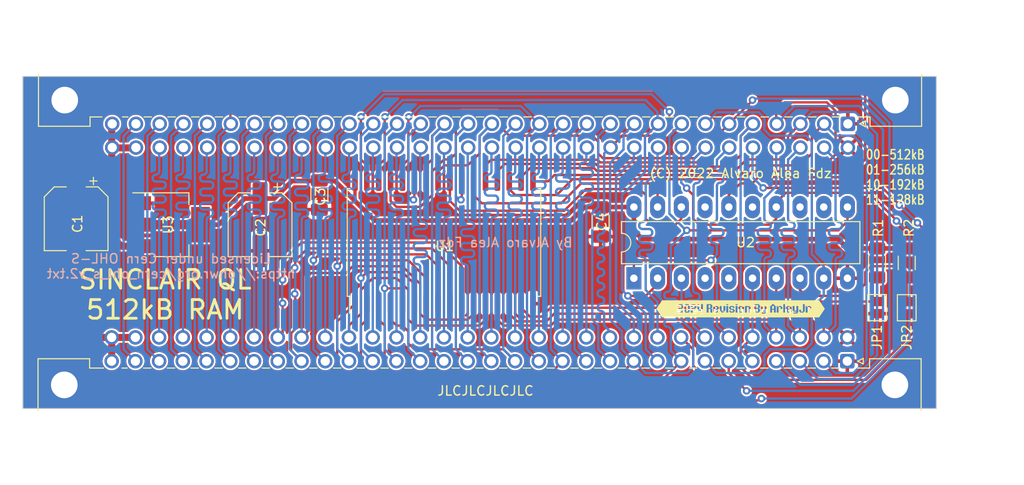
<source format=kicad_pcb>
(kicad_pcb (version 20240108) (generator "pcbnew") (generator_version "8.0")
  (title_block (title "External Expansion 512Kb memory for Sinclair QL") (date "2022-02-04") (rev "0.1") (company "(C) 2022 Alvaro Alea Fdz.") (comment 1 "https://ohwr.org/cern_ohl_s_v2.txt") (comment 2 "CERN Open Hardware Licence Version 2 - Strongly Reciprocal") (comment 3 "Under License"))
  (layers (0 "F.Cu" signal) (31 "B.Cu" signal) (34 "B.Paste" user) (35 "F.Paste" user) (36 "B.SilkS" user "B.Silkscreen") (37 "F.SilkS" user "F.Silkscreen") (38 "B.Mask" user) (39 "F.Mask" user) (44 "Edge.Cuts" user))
  (net 0 "")
  (net 1 "+9V")
  (net 2 "GND")
  (net 3 "VCC")
  (net 4 "/A3")
  (net 5 "/A4")
  (net 6 "/A5")
  (net 7 "/A6")
  (net 8 "/A7")
  (net 9 "/A8")
  (net 10 "/A9")
  (net 11 "/A10")
  (net 12 "/A11")
  (net 13 "/A12")
  (net 14 "/D7")
  (net 15 "/D6")
  (net 16 "/D5")
  (net 17 "/D4")
  (net 18 "/D3")
  (net 19 "/A2")
  (net 20 "/A1")
  (net 21 "/A0")
  (net 22 "/RW")
  (net 23 "/D0")
  (net 24 "/D1")
  (net 25 "/D2")
  (net 26 "/RAM_CE")
  (net 27 "/RAM_OE")
  (net 28 "/SP0")
  (net 29 "/SP1")
  (net 30 "/DSMC")
  (net 31 "/SP2")
  (net 32 "/A13")
  (net 33 "/A14")
  (net 34 "/A16")
  (net 35 "/A17")
  (net 36 "/A18")
  (net 37 "/A19")
  (net 38 "/SP3")
  (net 39 "/VPA")
  (net 40 "/E")
  (net 41 "/RESET")
  (net 42 "/A15")
  (net 43 "/DS")
  (net 44 "/AS")
  (net 45 "/DTACK")
  (net 46 "/BG")
  (net 47 "/BR")
  (net 48 "/CSYNC")
  (net 49 "/VSYNC")
  (net 50 "/GREEN")
  (net 51 "/BLUE")
  (net 52 "/FC2")
  (net 53 "/FC1")
  (net 54 "/FC0")
  (net 55 "/ROMOE")
  (net 56 "/IPL0")
  (net 57 "/BERR")
  (net 58 "/IPL1")
  (net 59 "/EXTINT")
  (net 60 "/CLKCPU")
  (net 61 "/RED")
  (net 62 "/DBG")
  (net 63 "/ma12v")
  (net 64 "/me12v")
  (net 65 "Net-(JP1-B)")
  (net 66 "Net-(JP2-B)")
  (footprint "Jumper:SolderJumper-2_P1.3mm_Open_Pad1.0x1.5mm" (layer "F.Cu") (at 184.245 77.455 90)
    (property "Reference" "JP1")
    (property "Value" "Jumper_2_Open")
  )
  (footprint "Package_TO_SOT_SMD:SOT-223-3_TabPin2" (layer "F.Cu") (at 108.68 68.58)
    (property "Reference" "U3")
    (property "Value" "LM1117-5.0")
  )
  (footprint "Capacitor_SMD:CP_Elec_6.3x5.4" (layer "F.Cu") (at 98.52 67.945 -90)
    (property "Reference" "C1")
    (property "Value" "100u/16V")
  )
  (footprint "Capacitor_SMD:C_1206_3216Metric_Pad1.33x1.80mm_HandSolder" (layer "F.Cu") (at 154.654 68.2875 -90)
    (property "Reference" "C4")
    (property "Value" "100n")
  )
  (footprint "Capacitor_SMD:CP_Elec_6.3x5.4" (layer "F.Cu") (at 118.205 68.58 -90)
    (property "Reference" "C2")
    (property "Value" "100u/16V")
  )
  (footprint "Capacitor_SMD:C_1206_3216Metric_Pad1.33x1.80mm_HandSolder" (layer "F.Cu") (at 124.555 65.405 -90)
    (property "Reference" "C3")
    (property "Value" "100n")
  )
  (footprint "8bits:DIN41612_B_2x32_Female_Horizontal_THT" (layer "F.Cu") (at 181.12 57.785)
    (property "Reference" "J1" (hide yes))
    (property "Value" "QL_SLOT_DIN41612_CARD")
  )
  (footprint "Resistor_SMD:R_1206_3216Metric_Pad1.30x1.75mm_HandSolder" (layer "F.Cu") (at 187.42 72.67 -90)
    (property "Reference" "R2")
    (property "Value" "10K")
  )
  (footprint "8bits:DIN41612_B_2x32_Male_Horizontal_THT" (layer "F.Cu") (at 181.07 83.185 180)
    (property "Reference" "J2" (hide yes))
    (property "Value" "QL_SLOT_DIN41612_CARD")
  )
  (footprint "kibuzzard-660FAAE3" (layer "F.Cu") (at 169.64 77.585)
    (property "Reference" "kibuzzard-660FAAE3" (hide yes))
    (property "Value" "G***" (hide yes))
  )
  (footprint "Jumper:SolderJumper-2_P1.3mm_Open_Pad1.0x1.5mm" (layer "F.Cu") (at 187.42 77.47 90)
    (property "Reference" "JP2")
    (property "Value" "Jumper_2_Open")
  )
  (footprint "Package_DIP:DIP-20_W7.62mm_LongPads" (layer "F.Cu") (at 158.215 74.31 90)
    (property "Reference" "U2")
    (property "Value" "GAL16V8B-25QP")
  )
  (footprint "Resistor_SMD:R_1206_3216Metric_Pad1.30x1.75mm_HandSolder" (layer "F.Cu") (at 184.245 72.67 -90)
    (property "Reference" "R1")
    (property "Value" "10K")
  )
  (footprint "Package_SO:SSOP-32_11.305x20.495mm_P1.27mm" (layer "F.Cu") (at 137.89 70.485 90)
    (property "Reference" "U1")
    (property "Value" "HM628512BLFP-7")
  )
  (gr_rect (start 92.805 52.705) (end 190.595 88.265) (stroke (width 0.1)) (fill none) (layer "Edge.Cuts"))
  (gr_text "Licensed under Cern OHL-S\nhttps://ohwr.org/cern_ohl_s_v2.txt" (at 108.68 73.025 0) (layer "B.SilkS") (effects (font (size 1 1)) (justify mirror)))
  (gr_text "By Alvaro Alea Fdz." (at 144.24 70.485 0) (layer "B.SilkS") (effects (font (size 1 1)) (justify mirror)))
  (gr_text "JLCJLCJLCJLC" (at 142.335 86.36 0) (layer "F.SilkS") (effects (font (size 1 1))))
  (gr_text "00-512kB\n01-256kB\n10-192kB\n11-128kB " (at 182.975 63.5 0) (layer "F.SilkS") (effects (font (size 1 0.8)) (justify left)))
  (gr_text "SINCLAIR QL\n512kB RAM" (at 108.045 76.073 0) (layer "F.SilkS") (effects (font (size 2 2) (thickness 0.3))))
  (gr_text "(C) 2022 Alvaro Alea Fdz" (at 169.64 63.085 0) (layer "F.SilkS") (effects (font (size 1 1))))
  (segment (start 101.955 65.145) (end 102.33 64.77) (width 0.75) (layer "F.Cu") (net 1))
  (segment (start 98.52 65.145) (end 101.955 65.145) (width 0.75) (layer "F.Cu") (net 1))
  (segment (start 103.36 70.88) (end 102.33 69.85) (width 0.75) (layer "F.Cu") (net 1))
  (segment (start 97.03 80.645) (end 102.33 80.645) (width 0.75) (layer "F.Cu") (net 1))
  (segment (start 104.87 80.645) (end 102.33 80.645) (width 0.75) (layer "F.Cu") (net 1))
  (segment (start 102.33 80.645) (end 102.33 83.185) (width 0.75) (layer "F.Cu") (net 1))
  (segment (start 95.77 66.25) (end 95.77 79.385) (width 0.75) (layer "F.Cu") (net 1))
  (segment (start 104.87 60.36) (end 102.33 60.36) (width 0.75) (layer "F.Cu") (net 1))
  (segment (start 102.33 57.82) (end 102.33 60.36) (width 0.75) (layer "F.Cu") (net 1))
  (segment (start 105.53 70.88) (end 103.36 70.88) (width 0.75) (layer "F.Cu") (net 1))
  (segment (start 95.77 79.385) (end 97.03 80.645) (width 0.75) (layer "F.Cu") (net 1))
  (segment (start 102.33 69.85) (end 102.33 60.36) (width 0.75) (layer "F.Cu") (net 1))
  (segment (start 98.52 65.145) (end 96.875 65.145) (width 0.75) (layer "F.Cu") (net 1))
  (segment (start 96.875 65.145) (end 95.77 66.25) (width 0.75) (layer "F.Cu") (net 1))
  (segment (start 118.205 65.78) (end 119.735 65.78) (width 0.5) (layer "F.Cu") (net 3))
  (segment (start 158.215 66.69) (end 158.215 69.21) (width 0.5) (layer "F.Cu") (net 3))
  (segment (start 153.13 66.675) (end 153.145 66.69) (width 0.5) (layer "F.Cu") (net 3))
  (segment (start 187.42 71.12) (end 184.245 71.12) (width 0.5) (layer "F.Cu") (net 3))
  (segment (start 158.215 69.21) (end 158.21 69.215) (width 0.5) (layer "F.Cu") (net 3))
  (segment (start 111.83 68.58) (end 113.76 68.58) (width 0.5) (layer "F.Cu") (net 3))
  (segment (start 121.6075 63.9075) (end 126.2325 63.9075) (width 0.5) (layer "F.Cu") (net 3))
  (segment (start 126.2325 63.9075) (end 130.46 68.135) (width 0.5) (layer "F.Cu") (net 3))
  (segment (start 105.53 68.58) (end 111.83 68.58) (width 1) (layer "F.Cu") (net 3))
  (segment (start 130.46 68.135) (end 151.4972 68.135) (width 0.5) (layer "F.Cu") (net 3))
  (segment (start 159.12248 70.12748) (end 180.07748 70.12748) (width 0.5) (layer "F.Cu") (net 3))
  (segment (start 152.9572 66.675) (end 153.13 66.675) (width 0.5) (layer "F.Cu") (net 3))
  (segment (start 181.07 71.12) (end 184.245 71.12) (width 0.5) (layer "F.Cu") (net 3))
  (segment (start 158.21 69.215) (end 159.12248 70.12748) (width 0.5) (layer "F.Cu") (net 3))
  (segment (start 151.4972 68.135) (end 152.9572 66.675) (width 0.5) (layer "F.Cu") (net 3))
  (segment (start 180.07748 70.12748) (end 181.07 71.12) (width 0.5) (layer "F.Cu") (net 3))
  (segment (start 128.365 63.935) (end 128.365 66.04) (width 0.35) (layer "F.Cu") (net 3))
  (segment (start 113.76 68.58) (end 116.56 65.78) (width 0.5) (layer "F.Cu") (net 3))
  (segment (start 119.735 65.78) (end 121.6075 63.9075) (width 0.5) (layer "F.Cu") (net 3))
  (segment (start 153.145 66.69) (end 158.215 66.69) (width 0.5) (layer "F.Cu") (net 3))
  (segment (start 116.56 65.78) (end 118.205 65.78) (width 0.5) (layer "F.Cu") (net 3))
  (segment (start 138.525 77.035) (end 138.525 73.025) (width 0.25) (layer "F.Cu") (net 4))
  (segment (start 121.97 72.435) (end 121.97 73.135) (width 0.25) (layer "F.Cu") (net 4))
  (segment (start 121.97 76.035) (end 121.97 79.759365) (width 0.25) (layer "F.Cu") (net 4))
  (segment (start 123.285 71.12) (end 121.97 72.435) (width 0.25) (layer "F.Cu") (net 4))
  (segment (start 138.525 73.025) (end 136.62 71.12) (width 0.25) (layer "F.Cu") (net 4))
  (segment (start 121.54 82.075) (end 122.65 83.185) (width 0.25) (layer "F.Cu") (net 4))
  (segment (start 136.62 71.12) (end 123.285 71.12) (width 0.25) (layer "F.Cu") (net 4))
  (segment (start 121.54 80.189365) (end 121.54 82.075) (width 0.25) (layer "F.Cu") (net 4))
  (segment (start 121.97 79.759365) (end 121.54 80.189365) (width 0.25) (layer "F.Cu") (net 4))
  (segment (start 121.92 75.985) (end 121.97 76.035) (width 0.25) (layer "F.Cu") (net 4))
  (segment (start 121.97 73.135) (end 121.92 73.185) (width 0.25) (layer "F.Cu") (net 4))
  (via (at 121.92 73.185) (size 0.8) (drill 0.4) (layers "F.Cu" "B.Cu") (net 4))
  (via (at 121.92 75.985) (size 0.8) (drill 0.4) (layers "F.Cu" "B.Cu") (net 4))
  (segment (start 121.38 81.915) (end 122.65 83.185) (width 0.25) (layer "B.Cu") (net 4))
  (segment (start 121.38 59.09) (end 121.38 81.915) (width 0.25) (layer "B.Cu") (net 4))
  (segment (start 122.65 57.82) (end 121.38 59.09) (width 0.25) (layer "B.Cu") (net 4))
  (segment (start 121.97 73.235) (end 121.97 75.935) (width 0.25) (layer "B.Cu") (net 4))
  (segment (start 137.255 73.025) (end 137.255 77.035) (width 0.25) (layer "F.Cu") (net 5))
  (segment (start 123.92 72.39) (end 124.555 71.755) (width 0.25) (layer "F.Cu") (net 5))
  (segment (start 135.985 71.755) (end 137.255 73.025) (width 0.25) (layer "F.Cu") (net 5))
  (segment (start 124.555 71.755) (end 135.985 71.755) (width 0.25) (layer "F.Cu") (net 5))
  (via (at 123.92 72.39) (size 0.8) (drill 0.4) (layers "F.Cu" "B.Cu") (net 5))
  (segment (start 123.92 72.39) (end 123.92 59.09) (width 0.25) (layer "B.Cu") (net 5))
  (segment (start 123.92 72.39) (end 123.92 81.915) (width 0.25) (layer "B.Cu") (net 5))
  (segment (start 123.92 81.915) (end 125.19 83.185) (width 0.25) (layer "B.Cu") (net 5))
  (segment (start 123.92 59.09) (end 125.19 57.82) (width 0.25) (layer "B.Cu") (net 5))
  (segment (start 126.46 73.025) (end 127.095 72.39) (width 0.25) (layer "F.Cu") (net 6))
  (segment (start 127.095 72.39) (end 134.08 72.39) (width 0.25) (layer "F.Cu") (net 6))
  (segment (start 135.985 74.295) (end 135.985 77.035) (width 0.25) (layer "F.Cu") (net 6))
  (segment (start 134.08 72.39) (end 135.985 74.295) (width 0.25) (layer "F.Cu") (net 6))
  (via (at 126.46 73.025) (size 0.8) (drill 0.4) (layers "F.Cu" "B.Cu") (net 6))
  (segment (start 126.46 59.09) (end 127.73 57.82) (width 0.25) (layer "B.Cu") (net 6))
  (segment (start 126.46 81.915) (end 127.73 83.185) (width 0.25) (layer "B.Cu") (net 6))
  (segment (start 126.46 81.915) (end 126.46 59.09) (width 0.25) (layer "B.Cu") (net 6))
  (segment (start 134.715 74.930718) (end 134.715 77.035) (width 0.25) (layer "F.Cu") (net 7))
  (segment (start 129.635 73.66) (end 133.444282 73.66) (width 0.25) (layer "F.Cu") (net 7))
  (segment (start 129 74.295) (end 129.635 73.66) (width 0.25) (layer "F.Cu") (net 7))
  (segment (start 133.444282 73.66) (end 134.715 74.930718) (width 0.25) (layer "F.Cu") (net 7))
  (via (at 129 74.295) (size 0.8) (drill 0.4) (layers "F.Cu" "B.Cu") (net 7))
  (segment (start 129 81.915) (end 130.27 83.185) (width 0.25) (layer "B.Cu") (net 7))
  (segment (start 129 59.09) (end 130.27 57.82) (width 0.25) (layer "B.Cu") (net 7))
  (segment (start 129 74.295) (end 129 59.09) (width 0.25) (layer "B.Cu") (net 7))
  (segment (start 129 74.295) (end 129 81.915) (width 0.25) (layer "B.Cu") (net 7))
  (segment (start 131.54 75.3904) (end 133.269682 75.3904) (width 0.25) (layer "F.Cu") (net 8))
  (segment (start 133.445 75.565718) (end 133.445 77.035) (width 0.25) (layer "F.Cu") (net 8))
  (segment (start 133.269682 75.3904) (end 133.445 75.565718) (width 0.25) (layer "F.Cu") (net 8))
  (via (at 131.54 75.3904) (size 0.8) (drill 0.4) (layers "F.Cu" "B.Cu") (net 8))
  (segment (start 131.54 75.3904) (end 131.54 81.915) (width 0.25) (layer "B.Cu") (net 8))
  (segment (start 131.54 81.915) (end 132.81 83.185) (width 0.25) (layer "B.Cu") (net 8))
  (segment (start 131.54 75.3904) (end 131.54 59.09) (width 0.25) (layer "B.Cu") (net 8))
  (segment (start 131.54 59.09) (end 132.81 57.82) (width 0.25) (layer "B.Cu") (net 8))
  (segment (start 134.715 65.8235) (end 134.6255 65.913) (width 0.25) (layer "F.Cu") (net 9))
  (segment (start 134.715 63.935) (end 134.715 65.8235) (width 0.25) (layer "F.Cu") (net 9))
  (via (at 134.6255 65.913) (size 0.8) (drill 0.4) (layers "F.Cu" "B.Cu") (net 9))
  (segment (start 135.35 83.185) (end 134.08 81.915) (width 0.25) (layer "B.Cu") (net 9))
  (segment (start 134.08 81.915) (end 134.08 65.579) (width 0.25) (layer "B.Cu") (net 9))
  (segment (start 134.08 59.09) (end 134.08 65.579) (width 0.25) (layer "B.Cu") (net 9))
  (segment (start 135.35 57.82) (end 134.08 59.09) (width 0.25) (layer "B.Cu") (net 9))
  (segment (start 134.6255 65.913) (end 134.414 65.913) (width 0.25) (layer "B.Cu") (net 9))
  (segment (start 134.414 65.913) (end 134.08 65.579) (width 0.25) (layer "B.Cu") (net 9))
  (segment (start 136.62 61.595) (end 135.985 62.23) (width 0.25) (layer "F.Cu") (net 10))
  (segment (start 135.985 62.23) (end 135.985 63.935) (width 0.25) (layer "F.Cu") (net 10))
  (segment (start 137.89 57.82) (end 136.655 59.055) (width 0.25) (layer "F.Cu") (net 10))
  (segment (start 136.62 59.055) (end 136.62 61.595) (width 0.25) (layer "F.Cu") (net 10))
  (segment (start 136.655 59.055) (end 136.62 59.055) (width 0.25) (layer "F.Cu") (net 10))
  (segment (start 136.62 81.915) (end 136.62 59.09) (width 0.25) (layer "B.Cu") (net 10))
  (segment (start 136.62 59.09) (end 137.89 57.82) (width 0.25) (layer "B.Cu") (net 10))
  (segment (start 137.89 83.185) (end 136.62 81.915) (width 0.25) (layer "B.Cu") (net 10))
  (segment (start 139.795 63.935) (end 139.795 65.8235) (width 0.25) (layer "F.Cu") (net 11))
  (segment (start 139.795 65.8235) (end 139.7055 65.913) (width 0.25) (layer "F.Cu") (net 11))
  (via (at 139.7055 65.913) (size 0.8) (drill 0.4) (layers "F.Cu" "B.Cu") (net 11))
  (segment (start 139.16 59.055) (end 139.16 81.915) (width 0.25) (layer "B.Cu") (net 11))
  (segment (start 140.43 57.82) (end 139.195 59.055) (width 0.25) (layer "B.Cu") (net 11))
  (segment (start 139.195 59.055) (end 139.16 59.055) (width 0.25) (layer "B.Cu") (net 11))
  (segment (start 139.7055 65.913) (end 139.541 65.913) (width 0.25) (layer "B.Cu") (net 11))
  (segment (start 139.541 65.913) (end 139.16 65.532) (width 0.25) (layer "B.Cu") (net 11))
  (segment (start 139.16 81.915) (end 140.43 83.185) (width 0.25) (layer "B.Cu") (net 11))
  (segment (start 142.97 57.82) (end 141.7 59.09) (width 0.25) (layer "F.Cu") (net 12))
  (segment (start 141.7 60.96) (end 140.43 62.23) (width 0.25) (layer "F.Cu") (net 12))
  (segment (start 140.43 62.23) (end 137.935001 62.23) (width 0.25) (layer "F.Cu") (net 12))
  (segment (start 141.7 59.09) (end 141.7 60.96) (width 0.25) (layer "F.Cu") (net 12))
  (segment (start 137.255 62.910001) (end 137.255 63.935) (width 0.25) (layer "F.Cu") (net 12))
  (segment (start 137.935001 62.23) (end 137.255 62.910001) (width 0.25) (layer "F.Cu") (net 12))
  (segment (start 141.7 59.09) (end 142.97 57.82) (width 0.25) (layer "B.Cu") (net 12))
  (segment (start 142.97 83.185) (end 141.7 81.915) (width 0.25) (layer "B.Cu") (net 12))
  (segment (start 141.7 81.915) (end 141.7 59.09) (width 0.25) (layer "B.Cu") (net 12))
  (segment (start 134.08 80.01) (end 133.445 79.375) (width 0.25) (layer "F.Cu") (net 13))
  (segment (start 134.715 81.915) (end 134.08 81.28) (width 0.25) (layer "F.Cu") (net 13))
  (segment (start 145.51 83.185) (end 144.24 81.915) (width 0.25) (layer "F.Cu") (net 13))
  (segment (start 132.81 79.375) (end 132.175 78.74) (width 0.25) (layer "F.Cu") (net 13))
  (segment (start 132.175 78.74) (end 132.175 77.035) (width 0.25) (layer "F.Cu") (net 13))
  (segment (start 133.445 79.375) (end 132.81 79.375) (width 0.25) (layer "F.Cu") (net 13))
  (segment (start 144.24 81.915) (end 134.715 81.915) (width 0.25) (layer "F.Cu") (net 13))
  (segment (start 134.08 81.28) (end 134.08 80.01) (width 0.25) (layer "F.Cu") (net 13))
  (segment (start 144.24 59.09) (end 145.51 57.82) (width 0.25) (layer "B.Cu") (net 13))
  (segment (start 144.24 81.915) (end 144.24 59.09) (width 0.25) (layer "B.Cu") (net 13))
  (segment (start 145.51 83.185) (end 144.24 81.915) (width 0.25) (layer "B.Cu") (net 13))
  (segment (start 170.91 55.245) (end 170.91 55.28) (width 0.25) (layer "F.Cu") (net 14))
  (segment (start 166.1493 61.9107) (end 167.1 60.96) (width 0.25) (layer "F.Cu") (net 14))
  (segment (start 168.37 83.185) (end 168.37 84.455) (width 0.25) (layer "F.Cu") (net 14))
  (segment (start 170.91 55.28) (end 168.37 57.82) (width 0.25) (layer "F.Cu") (net 14))
  (segment (start 142.335 62.23) (end 142.9357 61.6293) (width 0.25) (layer "F.Cu") (net 14))
  (segment (start 142.335 63.935) (end 142.335 62.23) (width 0.25) (layer "F.Cu") (net 14))
  (segment (start 167.1 60.96) (end 167.1 59.09) (width 0.25) (layer "F.Cu") (net 14))
  (segment (start 168.37 84.455) (end 170.275 86.36) (width 0.25) (layer "F.Cu") (net 14))
  (segment (start 167.1 59.09) (end 168.37 57.82) (width 0.25) (layer "F.Cu") (net 14))
  (segment (start 154.3267 61.6293) (end 154.6081 61.9107) (width 0.25) (layer "F.Cu") (net 14))
  (segment (start 154.6081 61.9107) (end 166.1493 61.9107) (width 0.25) (layer "F.Cu") (net 14))
  (segment (start 142.9357 61.6293) (end 154.3267 61.6293) (width 0.25) (layer "F.Cu") (net 14))
  (via (at 170.275 86.36) (size 0.8) (drill 0.4) (layers "F.Cu" "B.Cu") (net 14))
  (via (at 170.91 55.245) (size 0.8) (drill 0.4) (layers "F.Cu" "B.Cu") (net 14))
  (segment (start 185.57 57.685) (end 185.57 82.495) (width 0.25) (layer "B.Cu") (net 14))
  (segment (start 181.705 86.36) (end 170.275 86.36) (width 0.25) (layer "B.Cu") (net 14))
  (segment (start 182.97 55.085) (end 185.57 57.685) (width 0.25) (layer "B.Cu") (net 14))
  (segment (start 170.91 55.245) (end 171.07 55.085) (width 0.25) (layer "B.Cu") (net 14))
  (segment (start 185.57 82.495) (end 181.705 86.36) (width 0.25) (layer "B.Cu") (net 14))
  (segment (start 171.07 55.085) (end 182.97 55.085) (width 0.25) (layer "B.Cu") (net 14))
  (segment (start 170.91 57.82) (end 169.64 59.09) (width 0.25) (layer "F.Cu") (net 15))
  (segment (start 144.3893 62.0807) (end 143.605 62.865) (width 0.25) (layer "F.Cu") (net 15))
  (segment (start 154.4215 62.361) (end 154.1412 62.0807) (width 0.25) (layer "F.Cu") (net 15))
  (segment (start 168.4168 62.361) (end 154.4215 62.361) (width 0.25) (layer "F.Cu") (net 15))
  (segment (start 143.605 62.865) (end 143.605 63.935) (width 0.25) (layer "F.Cu") (net 15))
  (segment (start 169.64 61.1378) (end 168.4168 62.361) (width 0.25) (layer "F.Cu") (net 15))
  (segment (start 169.64 59.09) (end 169.64 61.1378) (width 0.25) (layer "F.Cu") (net 15))
  (segment (start 154.1412 62.0807) (end 144.3893 62.0807) (width 0.25) (layer "F.Cu") (net 15))
  (segment (start 169.64 59.09) (end 169.64 81.915) (width 0.25) (layer "B.Cu") (net 15))
  (segment (start 169.64 81.915) (end 170.91 83.185) (width 0.25) (layer "B.Cu") (net 15))
  (segment (start 170.91 57.82) (end 169.64 59.09) (width 0.25) (layer "B.Cu") (net 15))
  (segment (start 178.87 55.485) (end 174.37 55.485) (width 0.25) (layer "F.Cu") (net 16))
  (segment (start 179.8 61.055) (end 179.8 56.415) (width 0.25) (layer "F.Cu") (net 16))
  (segment (start 145.51 65.405) (end 149.955 65.405) (width 0.25) (layer "F.Cu") (net 16))
  (segment (start 174.37 55.485) (end 173.45 56.405) (width 0.25) (layer "F.Cu") (net 16))
  (segment (start 144.875 63.935) (end 144.875 64.77) (width 0.25) (layer "F.Cu") (net 16))
  (segment (start 179.8 56.415) (end 178.87 55.485) (width 0.25) (layer "F.Cu") (net 16))
  (segment (start 177.99 62.865) (end 179.8 61.055) (width 0.25) (layer "F.Cu") (net 16))
  (segment (start 144.875 64.77) (end 145.51 65.405) (width 0.25) (layer "F.Cu") (net 16))
  (segment (start 149.955 65.405) (end 151.6481 63.7119) (width 0.25) (layer "F.Cu") (net 16))
  (segment (start 170.0631 63.7119) (end 170.91 62.865) (width 0.25) (layer "F.Cu") (net 16))
  (segment (start 151.6481 63.7119) (end 170.0631 63.7119) (width 0.25) (layer "F.Cu") (net 16))
  (segment (start 173.45 56.405) (end 173.45 57.82) (width 0.25) (layer "F.Cu") (net 16))
  (segment (start 170.91 62.865) (end 177.99 62.865) (width 0.25) (layer "F.Cu") (net 16))
  (segment (start 175.99 85.725) (end 173.45 83.185) (width 0.25) (layer "B.Cu") (net 16))
  (segment (start 181.704282 85.725) (end 175.99 85.725) (width 0.25) (layer "B.Cu") (net 16))
  (segment (start 184.88 82.549282) (end 181.704282 85.725) (width 0.25) (layer "B.Cu") (net 16))
  (segment (start 175.39 55.88) (end 182.34 55.88) (width 0.25) (layer "B.Cu") (net 16))
  (segment (start 184.88 58.42) (end 182.34 55.88) (width 0.25) (layer "B.Cu") (net 16))
  (segment (start 184.88 58.42) (end 184.88 82.549282) (width 0.25) (layer "B.Cu") (net 16))
  (segment (start 173.45 57.82) (end 175.39 55.88) (width 0.25) (layer "B.Cu") (net 16))
  (segment (start 174.72 59.09) (end 174.72 60.96) (width 0.25) (layer "F.Cu") (net 17))
  (segment (start 175.99 57.82) (end 174.72 59.09) (width 0.25) (layer "F.Cu") (net 17))
  (segment (start 174.085 61.595) (end 170.275 61.595) (width 0.25) (layer "F.Cu") (net 17))
  (segment (start 169.0587 62.8113) (end 154.2349 62.8113) (width 0.25) (layer "F.Cu") (net 17))
  (segment (start 147.0908 62.5311) (end 146.145 63.4769) (width 0.25) (layer "F.Cu") (net 17))
  (segment (start 154.2349 62.8113) (end 153.9547 62.5311) (width 0.25) (layer "F.Cu") (net 17))
  (segment (start 174.72 60.96) (end 174.085 61.595) (width 0.25) (layer "F.Cu") (net 17))
  (segment (start 146.145 63.4769) (end 146.145 63.935) (width 0.25) (layer "F.Cu") (net 17))
  (segment (start 153.9547 62.5311) (end 147.0908 62.5311) (width 0.25) (layer "F.Cu") (net 17))
  (segment (start 170.275 61.595) (end 169.0587 62.8113) (width 0.25) (layer "F.Cu") (net 17))
  (segment (start 181.703564 85.09) (end 184.245 82.548564) (width 0.25) (layer "B.Cu") (net 17))
  (segment (start 177.295 56.515) (end 175.99 57.82) (width 0.25) (layer "B.Cu") (net 17))
  (segment (start 177.895 85.09) (end 181.703564 85.09) (width 0.25) (layer "B.Cu") (net 17))
  (segment (start 184.245 58.86) (end 181.9 56.515) (width 0.25) (layer "B.Cu") (net 17))
  (segment (start 184.245 82.548564) (end 184.245 58.86) (width 0.25) (layer "B.Cu") (net 17))
  (segment (start 175.99 83.185) (end 177.895 85.09) (width 0.25) (layer "B.Cu") (net 17))
  (segment (start 181.9 56.515) (end 177.295 56.515) (width 0.25) (layer "B.Cu") (net 17))
  (segment (start 177.26 60.96) (end 175.99 62.23) (width 0.25) (layer "F.Cu") (net 18))
  (segment (start 169.6556 63.2616) (end 149.7166 63.2616) (width 0.25) (layer "F.Cu") (net 18))
  (segment (start 177.26 59.09) (end 177.26 60.96) (width 0.25) (layer "F.Cu") (net 18))
  (segment (start 149.7166 63.2616) (end 149.0432 63.935) (width 0.25) (layer "F.Cu") (net 18))
  (segment (start 175.99 62.23) (end 170.6872 62.23) (width 0.25) (layer "F.Cu") (net 18))
  (segment (start 149.0432 63.935) (end 147.415 63.935) (width 0.25) (layer "F.Cu") (net 18))
  (segment (start 178.53 57.82) (end 177.26 59.09) (width 0.25) (layer "F.Cu") (net 18))
  (segment (start 170.6872 62.23) (end 169.6556 63.2616) (width 0.25) (layer "F.Cu") (net 18))
  (segment (start 181.702846 84.455) (end 183.12 83.037846) (width 0.25) (layer "B.Cu") (net 18))
  (segment (start 183.12 71.47965) (end 183.1505 71.449149) (width 0.25) (layer "B.Cu") (net 18))
  (segment (start 179.8 84.455) (end 181.702846 84.455) (width 0.25) (layer "B.Cu") (net 18))
  (segment (start 178.53 83.185) (end 179.8 84.455) (width 0.25) (layer "B.Cu") (net 18))
  (segment (start 183.1505 71.449149) (end 183.1505 60.5005) (width 0.25) (layer "B.Cu") (net 18))
  (segment (start 183.12 83.037846) (end 183.12 71.47965) (width 0.25) (layer "B.Cu") (net 18))
  (segment (start 183.1505 60.5005) (end 181.705 59.055) (width 0.25) (layer "B.Cu") (net 18))
  (segment (start 179.765 59.055) (end 178.53 57.82) (width 0.25) (layer "B.Cu") (net 18))
  (segment (start 181.705 59.055) (end 179.765 59.055) (width 0.25) (layer "B.Cu") (net 18))
  (segment (start 120.62 72.515) (end 120.62 74.485) (width 0.25) (layer "F.Cu") (net 19))
  (segment (start 139.795 77.035) (end 139.795 73.025) (width 0.25) (layer "F.Cu") (net 19))
  (segment (start 120.62 80.135) (end 120.11 80.645) (width 0.25) (layer "F.Cu") (net 19))
  (segment (start 120.62 76.985) (end 120.62 80.135) (width 0.25) (layer "F.Cu") (net 19))
  (segment (start 137.255 70.485) (end 122.65 70.485) (width 0.25) (layer "F.Cu") (net 19))
  (segment (start 139.795 73.025) (end 137.255 70.485) (width 0.25) (layer "F.Cu") (net 19))
  (segment (start 122.65 70.485) (end 120.62 72.515) (width 0.25) (layer "F.Cu") (net 19))
  (via (at 120.62 76.985) (size 0.8) (drill 0.4) (layers "F.Cu" "B.Cu") (net 19))
  (via (at 120.62 74.485) (size 0.8) (drill 0.4) (layers "F.Cu" "B.Cu") (net 19))
  (segment (start 120.67 74.535) (end 120.57 74.635) (width 0.25) (layer "B.Cu") (net 19))
  (segment (start 120.81 64.315) (end 120.81 64.365) (width 0.25) (layer "B.Cu") (net 19))
  (segment (start 119.76 63.965) (end 120.46 63.965) (width 0.25) (layer "B.Cu") (net 19))
  (segment (start 120.57 74.635) (end 120.57 76.835) (width 0.25) (layer "B.Cu") (net 19))
  (segment (start 119.76 65.465) (end 120.46 65.465) (width 0.25) (layer "B.Cu") (net 19))
  (segment (start 120.11 60.36) (end 120.11 62.865) (width 0.25) (layer "B.Cu") (net 19))
  (segment (start 119.41 66.565) (end 119.41 66.615) (width 0.25) (layer "B.Cu") (net 19))
  (segment (start 119.76 66.965) (end 120.46 66.965) (width 0.25) (layer "B.Cu") (net 19))
  (segment (start 120.81 67.315) (end 120.81 67.365) (width 0.25) (layer "B.Cu") (net 19))
  (segment (start 119.76 64.715) (end 120.46 64.715) (width 0.25) (layer "B.Cu") (net 19))
  (segment (start 120.11 68.065) (end 120.11 80.645) (width 0.25) (layer "B.Cu") (net 19))
  (segment (start 119.41 63.565) (end 119.41 63.615) (width 0.25) (layer "B.Cu") (net 19))
  (segment (start 119.41 65.065) (end 119.41 65.115) (width 0.25) (layer "B.Cu") (net 19))
  (segment (start 120.81 65.815) (end 120.81 65.865) (width 0.25) (layer "B.Cu") (net 19))
  (segment (start 119.76 66.215) (end 120.46 66.215) (width 0.25) (layer "B.Cu") (net 19))
  (segment (start 120.57 76.835) (end 120.67 76.935) (width 0.25) (layer "B.Cu") (net 19))
  (arc (start 119.76 66.215) (mid 119.512513 66.317513) (end 119.41 66.565) (width 0.25) (layer "B.Cu") (net 19))
  (arc (start 119.76 64.715) (mid 119.512513 64.817513) (end 119.41 65.065) (width 0.25) (layer "B.Cu") (net 19))
  (arc (start 120.46 65.465) (mid 120.707487 65.567513) (end 120.81 65.815) (width 0.25) (layer "B.Cu") (net 19))
  (arc (start 119.41 63.615) (mid 119.512513 63.862487) (end 119.76 63.965) (width 0.25) (layer "B.Cu") (net 19))
  (arc (start 119.41 65.115) (mid 119.512513 65.362487) (end 119.76 65.465) (width 0.25) (layer "B.Cu") (net 19))
  (arc (start 120.46 67.715) (mid 120.212513 67.817513) (end 120.11 68.065) (width 0.25) (layer "B.Cu") (net 19))
  (arc (start 120.46 66.965) (mid 120.707487 67.067513) (end 120.81 67.315) (width 0.25) (layer "B.Cu") (net 19))
  (arc (start 120.81 67.365) (mid 120.707487 67.612487) (end 120.46 67.715) (width 0.25) (layer "B.Cu") (net 19))
  (arc (start 120.81 65.865) (mid 120.707487 66.112487) (end 120.46 66.215) (width 0.25) (layer "B.Cu") (net 19))
  (arc (start 120.11 62.865) (mid 120.007487 63.112487) (end 119.76 63.215) (width 0.25) (layer "B.Cu") (net 19))
  (arc (start 119.41 66.615) (mid 119.512513 66.862487) (end 119.76 66.965) (width 0.25) (layer "B.Cu") (net 19))
  (arc (start 120.81 64.365) (mid 120.707487 64.612487) (end 120.46 64.715) (width 0.25) (layer "B.Cu") (net 19))
  (arc (start 120.46 63.965) (mid 120.707487 64.067513) (end 120.81 64.315) (width 0.25) (layer "B.Cu") (net 19))
  (arc (start 119.76 63.215) (mid 119.512513 63.317513) (end 119.41 63.565) (width 0.25) (layer "B.Cu") (net 19))
  (segment (start 123.27 74.165) (end 123.27 80.025) (width 0.25) (layer "F.Cu") (net 20))
  (segment (start 123.27 80.025) (end 122.65 80.645) (width 0.25) (layer "F.Cu") (net 20))
  (segment (start 133.445 73.025) (end 128.13 73.025) (width 0.25) (layer "F.Cu") (net 20))
  (segment (start 135.35 74.93) (end 133.445 73.025) (width 0.25) (layer "F.Cu") (net 20))
  (segment (start 128.13 73.025) (end 127.405 73.75) (width 0.25) (layer "F.Cu") (net 20))
  (segment (start 140.43 78.74) (end 135.9708 78.74) (width 0.25) (layer "F.Cu") (net 20))
  (segment (start 123.685 73.75) (end 123.27 74.165) (width 0.25) (layer "F.Cu") (net 20))
  (segment (start 135.9708 78.74) (end 135.35 78.1192) (width 0.25) (layer "F.Cu") (net 20))
  (segment (start 127.405 73.75) (end 123.685 73.75) (width 0.25) (layer "F.Cu") (net 20))
  (segment (start 141.065 78.105) (end 140.43 78.74) (width 0.25) (layer "F.Cu") (net 20))
  (segment (start 141.065 77.035) (end 141.065 78.105) (width 0.25) (layer "F.Cu") (net 20))
  (segment (start 135.35 78.1192) (end 135.35 74.93) (width 0.25) (layer "F.Cu") (net 20))
  (segment (start 123.35 64.315) (end 123.35 64.365) (width 0.25) (layer "B.Cu") (net 20))
  (segment (start 123.35 67.315) (end 123.35 67.365) (width 0.25) (layer "B.Cu") (net 20))
  (segment (start 122.65 68.065) (end 122.65 80.645) (width 0.25) (layer "B.Cu") (net 20))
  (segment (start 123.35 65.815) (end 123.35 65.865) (width 0.25) (layer "B.Cu") (net 20))
  (segment (start 122.3 63.965) (end 123 63.965) (width 0.25) (layer "B.Cu") (net 20))
  (segment (start 121.95 66.565) (end 121.95 66.615) (width 0.25) (layer "B.Cu") (net 20))
  (segment (start 122.3 65.465) (end 123 65.465) (width 0.25) (layer "B.Cu") (net 20))
  (segment (start 122.3 66.215) (end 123 66.215) (width 0.25) (layer "B.Cu") (net 20))
  (segment (start 122.65 60.36) (end 122.65 62.865) (width 0.25) (layer "B.Cu") (net 20))
  (segment (start 122.3 64.715) (end 123 64.715) (width 0.25) (layer "B.Cu") (net 20))
  (segment (start 122.3 66.965) (end 123 66.965) (width 0.25) (layer "B.Cu") (net 20))
  (segment (start 121.95 65.065) (end 121.95 65.115) (width 0.25) (layer "B.Cu") (net 20))
  (segment (start 121.95 63.565) (end 121.95 63.615) (width 0.25) (layer "B.Cu") (net 20))
  (arc (start 122.65 62.865) (mid 122.547487 63.112487) (end 122.3 63.215) (width 0.25) (layer "B.Cu") (net 20))
  (arc (start 122.3 64.715) (mid 122.052513 64.817513) (end 121.95 65.065) (width 0.25) (layer "B.Cu") (net 20))
  (arc (start 123.35 64.365) (mid 123.247487 64.612487) (end 123 64.715) (width 0.25) (layer "B.Cu") (net 20))
  (arc (start 121.95 65.115) (mid 122.052513 65.362487) (end 122.3 65.465) (width 0.25) (layer "B.Cu") (net 20))
  (arc (start 123.35 67.365) (mid 123.247487 67.612487) (end 123 67.715) (width 0.25) (layer "B.Cu") (net 20))
  (arc (start 123 63.965) (mid 123.247487 64.067513) (end 123.35 64.315) (width 0.25) (layer "B.Cu") (net 20))
  (arc (start 121.95 66.615) (mid 122.052513 66.862487) (end 122.3 66.965) (width 0.25) (layer "B.Cu") (net 20))
  (arc (start 121.95 63.615) (mid 122.052513 63.862487) (end 122.3 63.965) (width 0.25) (layer "B.Cu") (net 20))
  (arc (start 123.35 65.865) (mid 123.247487 66.112487) (end 123 66.215) (width 0.25) (layer "B.Cu") (net 20))
  (arc (start 123 66.965) (mid 123.247487 67.067513) (end 123.35 67.315) (width 0.25) (layer "B.Cu") (net 20))
  (arc (start 123 67.715) (mid 122.752513 67.817513) (end 122.65 68.065) (width 0.25) (layer "B.Cu") (net 20))
  (arc (start 123 65.465) (mid 123.247487 65.567513) (end 123.35 65.815) (width 0.25) (layer "B.Cu") (net 20))
  (arc (start 122.3 63.215) (mid 122.052513 63.317513) (end 121.95 63.565) (width 0.25) (layer "B.Cu") (net 20))
  (arc (start 122.3 66.215) (mid 122.052513 66.317513) (end 121.95 66.565) (width 0.25) (layer "B.Cu") (net 20))
  (segment (start 132.81 74.295) (end 134.08 75.565) (width 0.25) (layer "F.Cu") (net 21))
  (segment (start 142.335 78.74) (end 142.335 77.035) (width 0.25) (layer "F.Cu") (net 21))
  (segment (start 134.08 78.74) (end 134.715 79.375) (width 0.25) (layer "F.Cu") (net 21))
  (segment (start 127.73 80.645) (end 127.73 79.375) (width 0.25) (layer "F.Cu") (net 21))
  (segment (start 130.27 74.295) (end 132.81 74.295) (width 0.25) (layer "F.Cu") (net 21))
  (segment (start 134.08 75.565) (end 134.08 78.74) (width 0.25) (layer "F.Cu") (net 21))
  (segment (start 127.73 79.375) (end 129 78.105) (width 0.25) (layer "F.Cu") (net 21))
  (segment (start 129 75.565) (end 130.27 74.295) (width 0.25) (layer "F.Cu") (net 21))
  (segment (start 141.7 79.375) (end 142.335 78.74) (width 0.25) (layer "F.Cu") (net 21))
  (segment (start 134.715 79.375) (end 141.7 79.375) (width 0.25) (layer "F.Cu") (net 21))
  (segment (start 129 78.105) (end 129 75.565) (width 0.25) (layer "F.Cu") (net 21))
  (segment (start 127.38 64.715) (end 128.08 64.715) (width 0.25) (layer "B.Cu") (net 21))
  (segment (start 127.03 63.565) (end 127.03 63.615) (width 0.25) (layer "B.Cu") (net 21))
  (segment (start 127.73 68.065) (end 127.73 80.645) (width 0.25) (layer "B.Cu") (net 21))
  (segment (start 128.43 65.815) (end 128.43 65.865) (width 0.25) (layer "B.Cu") (net 21))
  (segment (start 127.38 65.465) (end 128.08 65.465) (width 0.25) (layer "B.Cu") (net 21))
  (segment (start 128.43 64.315) (end 128.43 64.365) (width 0.25) (layer "B.Cu") (net 21))
  (segment (start 128.43 67.315) (end 128.43 67.365) (width 0.25) (layer "B.Cu") (net 21))
  (segment (start 127.73 60.36) (end 127.73 62.865) (width 0.25) (layer "B.Cu") (net 21))
  (segment (start 127.38 66.215) (end 128.08 66.215) (width 0.25) (layer "B.Cu") (net 21))
  (segment (start 127.38 63.965) (end 128.08 63.965) (width 0.25) (layer "B.Cu") (net 21))
  (segment (start 127.03 65.065) (end 127.03 65.115) (width 0.25) (layer "B.Cu") (net 21))
  (segment (start 127.38 66.965) (end 128.08 66.965) (width 0.25) (layer "B.Cu") (net 21))
  (segment (start 127.03 66.565) (end 127.03 66.615) (width 0.25) (layer "B.Cu") (net 21))
  (arc (start 128.43 65.865) (mid 128.327487 66.112487) (end 128.08 66.215) (width 0.25) (layer "B.Cu") (net 21))
  (arc (start 128.08 67.715) (mid 127.832513 67.817513) (end 127.73 68.065) (width 0.25) (layer "B.Cu") (net 21))
  (arc (start 128.43 67.365) (mid 128.327487 67.612487) (end 128.08 67.715) (width 0.25) (layer "B.Cu") (net 21))
  (arc (start 128.08 65.465) (mid 128.327487 65.567513) (end 128.43 65.815) (width 0.25) (layer "B.Cu") (net 21))
  (arc (start 127.38 63.215) (mid 127.132513 63.317513) (end 127.03 63.565) (width 0.25) (layer "B.Cu") (net 21))
  (arc (start 127.03 66.615) (mid 127.132513 66.862487) (end 127.38 66.965) (width 0.25) (layer "B.Cu") (net 21))
  (arc (start 128.08 63.965) (mid 128.327487 64.067513) (end 128.43 64.315) (width 0.25) (layer "B.Cu") (net 21))
  (arc (start 127.03 65.115) (mid 127.132513 65.362487) (end 127.38 65.465) (width 0.25) (layer "B.Cu") (net 21))
  (arc (start 127.38 66.215) (mid 127.132513 66.317513) (end 127.03 66.565) (width 0.25) (layer "B.Cu") (net 21))
  (arc (start 128.43 64.365) (mid 128.327487 64.612487) (end 128.08 64.715) (width 0.25) (layer "B.Cu") (net 21))
  (arc (start 128.08 66.965) (mid 128.327487 67.067513) (end 128.43 67.315) (width 0.25) (layer "B.Cu") (net 21))
  (arc (start 127.73 62.865) (mid 127.627487 63.112487) (end 127.38 63.215) (width 0.25) (layer "B.Cu") (net 21))
  (arc (start 127.03 63.615) (mid 127.132513 63.862487) (end 127.38 63.965) (width 0.25) (layer "B.Cu") (net 21))
  (arc (start 127.38 64.715) (mid 127.132513 64.817513) (end 127.03 65.065) (width 0.25) (layer "B.Cu") (net 21))
  (segment (start 139.16 57.15) (end 139.16 60.96) (width 0.25) (layer "F.Cu") (net 22))
  (segment (start 154.9004 61.4604) (end 154.4 60.96) (width 0.25) (layer "F.Cu") (net 22))
  (segment (start 139.16 60.96) (end 138.525 61.595) (width 0.25) (layer "F.Cu") (net 22))
  (segment (start 165.83 60.36) (end 164.7296 61.4604) (width 0.25) (layer "F.Cu") (net 22))
  (segment (start 153.765 59.055) (end 144.875 59.055) (width 0.25) (layer "F.Cu") (net 22))
  (segment (start 139.795 56.515) (end 139.16 57.15) (width 0.25) (layer "F.Cu") (net 22))
  (segment (start 138.525 61.595) (end 137.894772 61.595) (width 0.25) (layer "F.Cu") (net 22))
  (segment (start 136.62 65.405) (end 136.62 64.77) (width 0.25) (layer "F.Cu") (net 22))
  (segment (start 143.605 56.515) (end 144.24 57.15) (width 0.25) (layer "F.Cu") (net 22))
  (segment (start 132.175 66.04) (end 132.81 66.675) (width 0.25) (layer "F.Cu") (net 22))
  (segment (start 144.875 59.055) (end 144.24 58.42) (width 0.25) (layer "F.Cu") (net 22))
  (segment (start 135.35 66.675) (end 136.62 65.405) (width 0.25) (layer "F.Cu") (net 22))
  (segment (start 136.60952 62.880252) (end 136.60952 65.010708) (width 0.25) (layer "F.Cu") (net 22))
  (segment (start 143.605 56.515) (end 139.795 56.515) (width 0.25) (layer "F.Cu") (net 22))
  (segment (start 154.4 60.96) (end 154.4 59.69) (width 0.25) (layer "F.Cu") (net 22))
  (segment (start 137.894772 61.595) (end 136.60952 62.880252) (width 0.25) (layer "F.Cu") (net 22))
  (segment (start 132.175 63.935) (end 132.175 66.04) (width 0.25) (layer "F.Cu") (net 22))
  (segment (start 132.81 66.675) (end 135.35 66.675) (width 0.25) (layer "F.Cu") (net 22))
  (segment (start 144.24 58.42) (end 144.24 57.15) (width 0.25) (layer "F.Cu") (net 22))
  (segment (start 154.4 59.69) (end 153.765 59.055) (width 0.25) (layer "F.Cu") (net 22))
  (segment (start 164.7296 61.4604) (end 154.9004 61.4604) (width 0.25) (layer "F.Cu") (net 22))
  (segment (start 165.300711 63.720711) (end 165.300711 63.770711) (width 0.25) (layer "B.Cu") (net 22))
  (segment (start 164.56 79.375) (end 165.83 80.645) (width 0.25) (layer "B.Cu") (net 22))
  (segment (start 164.21 77.415) (end 164.91 77.415) (width 0.25) (layer "B.Cu") (net 22))
  (segment (start 164.21 76.665) (end 164.91 76.665) (width 0.25) (layer "B.Cu") (net 22))
  (segment (start 164.600711 72.984289) (end 164.56 73.025) (width 0.25) (layer "B.Cu") (net 22))
  (segment (start 164.250711 63.370711) (end 164.950711 63.370711) (width 0.25) (layer "B.Cu") (net 22))
  (segment (start 164.56 78.515) (end 164.56 79.375) (width 0.25) (layer "B.Cu") (net 22))
  (segment (start 164.56 73.025) (end 164.56 75.565) (width 0.25) (layer "B.Cu") (net 22))
  (segment (start 165.26 77.765) (end 165.26 77.815) (width 0.25) (layer "B.Cu") (net 22))
  (segment (start 164.600711 61.589289) (end 164.600711 62.270711) (width 0.25) (layer "B.Cu") (net 22))
  (segment (start 165.26 76.265) (end 165.26 76.315) (width 0.25) (layer "B.Cu") (net 22))
  (segment (start 164.600711 64.470711) (end 164.600711 72.984289) (width 0.25) (layer "B.Cu") (net 22))
  (segment (start 163.900711 62.970711) (end 163.900711 63.020711) (width 0.25) (layer "B.Cu") (net 22))
  (segment (start 165.83 60.36) (end 164.600711 61.589289) (width 0.25) (layer "B.Cu") (net 22))
  (segment (start 163.86 77.015) (end 163.86 77.065) (width 0.25) (layer "B.Cu") (net 22))
  (arc (start 164.250711 62.620711) (mid 164.003224 62.723224) (end 163.900711 62.970711) (width 0.25) (layer "B.Cu") (net 22))
  (arc (start 165.26 76.315) (mid 165.157487 76.562487) (end 164.91 76.665) (width 0.25) (layer "B.Cu") (net 22))
  (arc (start 164.21 76.665) (mid 163.962513 76.767513) (end 163.86 77.015) (width 0.25) (layer "B.Cu") (net 22))
  (arc (start 164.950711 63.370711) (mid 165.198198 63.473224) (end 165.300711 63.720711) (width 0.25) (layer "B.Cu") (net 22))
  (arc (start 164.600711 62.270711) (mid 164.498198 62.518198) (end 164.250711 62.620711) (width 0.25) (layer "B.Cu") (net 22))
  (arc (start 164.91 77.415) (mid 165.157487 77.517513) (end 165.26 77.765) (width 0.25) (layer "B.Cu") (net 22))
  (arc (start 165.300711 63.770711) (mid 165.198198 64.018198) (end 164.950711 64.120711) (width 0.25) (layer "B.Cu") (net 22))
  (arc (start 163.86 77.065) (mid 163.962513 77.312487) (end 164.21 77.415) (width 0.25) (layer "B.Cu") (net 22))
  (arc (start 163.900711 63.020711) (mid 164.003224 63.268198) (end 164.250711 63.370711) (width 0.25) (layer "B.Cu") (net 22))
  (arc (start 164.950711 64.120711) (mid 164.703224 64.223224) (end 164.600711 64.470711) (width 0.25) (layer "B.Cu") (net 22))
  (arc (start 164.91 75.915) (mid 165.157487 76.017513) (end 165.26 76.265) (width 0.25) (layer "B.Cu") (net 22))
  (arc (start 164.91 78.165) (mid 164.662513 78.267513) (end 164.56 78.515) (width 0.25) (layer "B.Cu") (net 22))
  (arc (start 165.26 77.815) (mid 165.157487 78.062487) (end 164.91 78.165) (width 0.25) (layer "B.Cu") (net 22))
  (arc (start 164.56 75.565) (mid 164.662513 75.812487) (end 164.91 75.915) (width 0.25) (layer "B.Cu") (net 22))
  (segment (start 173.45 79.375) (end 172.815 78.74) (width 0.25) (layer "F.Cu") (net 23))
  (segment (start 146.1444 79.3744) (end 146.1438 79.375) (width 0.25) (layer "F.Cu") (net 23))
  (segment (start 146.1438 79.375) (end 144.24 79.375) (width 0.25) (layer "F.Cu") (net 23))
  (segment (start 143.605 78.74) (end 143.605 77.035) (width 0.25) (layer "F.Cu") (net 23))
  (segment (start 149.3206 79.3744) (end 146.1444 79.3744) (width 0.25) (layer "F.Cu") (net 23))
  (segment (start 172.815 78.74) (end 149.955 78.74) (width 0.25) (layer "F.Cu") (net 23))
  (segment (start 149.955 78.74) (end 149.3206 79.3744) (width 0.25) (layer "F.Cu") (net 23))
  (segment (start 173.45 80.645) (end 173.45 79.375) (width 0.25) (layer "F.Cu") (net 23))
  (segment (start 144.24 79.375) (end 143.605 78.74) (width 0.25) (layer "F.Cu") (net 23))
  (segment (start 172.88 71.645) (end 172.88 71.695) (width 0.25) (layer "B.Cu") (net 23))
  (segment (start 172.88 70.145) (end 172.88 70.195) (width 0.25) (layer "B.Cu") (net 23))
  (segment (start 173.45 64.4621) (end 172.18 65.7321) (width 0.25) (layer "B.Cu") (net 23))
  (segment (start 172.18 72.395) (end 172.18 79.375) (width 0.25) (layer "B.Cu") (net 23))
  (segment (start 171.48 69.395) (end 171.48 69.445) (width 0.25) (layer "B.Cu") (net 23))
  (segment (start 172.88 68.645) (end 172.88 68.695) (width 0.25) (layer "B.Cu") (net 23))
  (segment (start 171.83 70.545) (end 172.53 70.545) (width 0.25) (layer "B.Cu") (net 23))
  (segment (start 173.45 60.36) (end 173.45 64.4621) (width 0.25) (layer "B.Cu") (net 23))
  (segment (start 171.83 69.045) (end 172.53 69.045) (width 0.25) (layer "B.Cu") (net 23))
  (segment (start 171.48 70.895) (end 171.48 70.945) (width 0.25) (layer "B.Cu") (net 23))
  (segment (start 172.18 65.7321) (end 172.18 67.945) (width 0.25) (layer "B.Cu") (net 23))
  (segment (start 171.83 69.795) (end 172.53 69.795) (width 0.25) (layer "B.Cu") (net 23))
  (segment (start 172.18 79.375) (end 173.45 80.645) (width 0.25) (layer "B.Cu") (net 23))
  (segment (start 171.83 71.295) (end 172.53 71.295) (width 0.25) (layer "B.Cu") (net 23))
  (arc (start 171.48 70.945) (mid 171.582513 71.192487) (end 171.83 71.295) (width 0.25) (layer "B.Cu") (net 23))
  (arc (start 172.18 67.945) (mid 172.282513 68.192487) (end 172.53 68.295) (width 0.25) (layer "B.Cu") (net 23))
  (arc (start 172.53 69.795) (mid 172.777487 69.897513) (end 172.88 70.145) (width 0.25) (layer "B.Cu") (net 23))
  (arc (start 172.53 72.045) (mid 172.282513 72.147513) (end 172.18 72.395) (width 0.25) (layer "B.Cu") (net 23))
  (arc (start 172.53 71.295) (mid 172.777487 71.397513) (end 172.88 71.645) (width 0.25) (layer "B.Cu") (net 23))
  (arc (start 171.83 70.545) (mid 171.582513 70.647513) (end 171.48 70.895) (width 0.25) (layer "B.Cu") (net 23))
  (arc (start 172.53 68.295) (mid 172.777487 68.397513) (end 172.88 68.645) (width 0.25) (layer "B.Cu") (net 23))
  (arc (start 171.48 69.445) (mid 171.582513 69.692487) (end 171.83 69.795) (width 0.25) (layer "B.Cu") (net 23))
  (arc (start 171.83 69.045) (mid 171.582513 69.147513) (end 171.48 69.395) (width 0.25) (layer "B.Cu") (net 23))
  (arc (start 172.88 68.695) (mid 172.777487 68.942487) (end 172.53 69.045) (width 0.25) (layer "B.Cu") (net 23))
  (arc (start 172.88 71.695) (mid 172.777487 71.942487) (end 172.53 72.045) (width 0.25) (layer "B.Cu") (net 23))
  (arc (start 172.88 70.195) (mid 172.777487 70.442487) (end 172.53 70.545) (width 0.25) (layer "B.Cu") (net 23))
  (segment (start 144.875 78.105) (end 144.875 77.035) (width 0.25) (layer "F.Cu") (net 24))
  (segment (start 175.99 79.375) (end 174.72 78.105) (width 0.25) (layer "F.Cu") (net 24))
  (segment (start 145.6915 78.9215) (end 144.875 78.105) (width 0.25) (layer "F.Cu") (net 24))
  (segment (start 148.8665 78.9215) (end 145.6915 78.9215) (width 0.25) (layer "F.Cu") (net 24))
  (segment (start 175.99 80.645) (end 175.99 79.375) (width 0.25) (layer "F.Cu") (net 24))
  (segment (start 149.683 78.105) (end 148.8665 78.9215) (width 0.25) (layer "F.Cu") (net 24))
  (segment (start 174.72 78.105) (end 149.683 78.105) (width 0.25) (layer "F.Cu") (net 24))
  (segment (start 175.42 71.645) (end 175.42 71.695) (width 0.25) (layer "B.Cu") (net 24))
  (segment (start 174.02 69.395) (end 174.02 69.445) (width 0.25) (layer "B.Cu") (net 24))
  (segment (start 174.72 79.375) (end 175.99 80.645) (width 0.25) (layer "B.Cu") (net 24))
  (segment (start 174.37 69.045) (end 175.07 69.045) (width 0.25) (layer "B.Cu") (net 24))
  (segment (start 175.42 70.145) (end 175.42 70.195) (width 0.25) (layer "B.Cu") (net 24))
  (segment (start 174.02 70.895) (end 174.02 70.945) (width 0.25) (layer "B.Cu") (net 24))
  (segment (start 175.42 68.645) (end 175.42 68.695) (width 0.25) (layer "B.Cu") (net 24))
  (segment (start 175.99 60.36) (end 174.755 61.595) (width 0.25) (layer "B.Cu") (net 24))
  (segment (start 174.37 70.545) (end 175.07 70.545) (width 0.25) (layer "B.Cu") (net 24))
  (segment (start 174.37 71.295) (end 175.07 71.295) (width 0.25) (layer "B.Cu") (net 24))
  (segment (start 174.755 61.595) (end 174.72 61.595) (width 0.25) (layer "B.Cu") (net 24))
  (segment (start 174.72 61.595) (end 174.72 67.945) (width 0.25) (layer "B.Cu") (net 24))
  (segment (start 174.37 69.795) (end 175.07 69.795) (width 0.25) (layer "B.Cu") (net 24))
  (segment (start 174.72 72.395) (end 174.72 79.375) (width 0.25) (layer "B.Cu") (net 24))
  (arc (start 175.42 70.195) (mid 175.317487 70.442487) (end 175.07 70.545) (width 0.25) (layer "B.Cu") (net 24))
  (arc (start 175.42 71.695) (mid 175.317487 71.942487) (end 175.07 72.045) (width 0.25) (layer "B.Cu") (net 24))
  (arc (start 175.07 69.795) (mid 175.317487 69.897513) (end 175.42 70.145) (width 0.25) (layer "B.Cu") (net 24))
  (arc (start 174.02 69.445) (mid 174.122513 69.692487) (end 174.37 69.795) (width 0.25) (layer "B.Cu") (net 24))
  (arc (start 175.07 68.295) (mid 175.317487 68.397513) (end 175.42 68.645) (width 0.25) (layer "B.Cu") (net 24))
  (arc (start 174.37 69.045) (mid 174.122513 69.147513) (end 174.02 69.395) (width 0.25) (layer "B.Cu") (net 24))
  (arc (start 175.42 68.695) (mid 175.317487 68.942487) (end 175.07 69.045) (width 0.25) (layer "B.Cu") (net 24))
  (arc (start 174.72 67.945) (mid 174.822513 68.192487) (end 175.07 68.295) (width 0.25) (layer "B.Cu") (net 24))
  (arc (start 175.07 72.045) (mid 174.822513 72.147513) (end 174.72 72.395) (width 0.25) (layer "B.Cu") (net 24))
  (arc (start 174.37 70.545) (mid 174.122513 70.647513) (end 174.02 70.895) (width 0.25) (layer "B.Cu") (net 24))
  (arc (start 174.02 70.945) (mid 174.122513 71.192487) (end 174.37 71.295) (width 0.25) (layer "B.Cu") (net 24))
  (arc (start 175.07 71.295) (mid 175.317487 71.397513) (end 175.42 71.645) (width 0.25) (layer "B.Cu") (net 24))
  (segment (start 146.145 77.4714) (end 146.145 77.035) (width 0.25) (layer "F.Cu") (net 25))
  (segment (start 149.3093 77.4593) (end 148.3568 78.4118) (width 0.25) (layer "F.Cu") (net 25))
  (segment (start 178.53 80.645) (end 178.53 79.375) (width 0.25) (layer "F.Cu") (net 25))
  (segment (start 178.53 79.375) (end 176.625 77.47) (width 0.25) (layer "F.Cu") (net 25))
  (segment (start 147.0854 78.4118) (end 146.145 77.4714) (width 0.25) (layer "F.Cu") (net 25))
  (segment (start 149.32 77.47) (end 149.3093 77.4593) (width 0.25) (layer "F.Cu") (net 25))
  (segment (start 148.3568 78.4118) (end 147.0854 78.4118) (width 0.25) (layer "F.Cu") (net 25))
  (segment (start 176.625 77.47) (end 149.32 77.47) (width 0.25) (layer "F.Cu") (net 25))
  (segment (start 179.45 70.545) (end 180.15 70.545) (width 0.25) (layer "B.Cu") (net 25))
  (segment (start 179.1 70.895) (end 179.1 70.945) (width 0.25) (layer "B.Cu") (net 25))
  (segment (start 179.45 69.045) (end 180.15 69.045) (width 0.25) (layer "B.Cu") (net 25))
  (segment (start 178.53 60.36) (end 179.8 61.63) (width 0.25) (layer "B.Cu") (net 25))
  (segment (start 179.45 71.295) (end 180.15 71.295) (width 0.25) (layer "B.Cu") (net 25))
  (segment (start 179.8 72.395) (end 179.8 79.375) (width 0.25) (layer "B.Cu") (net 25))
  (segment (start 179.1 69.395) (end 179.1 69.445) (width 0.25) (layer "B.Cu") (net 25))
  (segment (start 179.8 61.63) (end 179.8 67.945) (width 0.25) (layer "B.Cu") (net 25))
  (segment (start 180.5 70.145) (end 180.5 70.195) (width 0.25) (layer "B.Cu") (net 25))
  (segment (start 180.5 68.645) (end 180.5 68.695) (width 0.25) (layer "B.Cu") (net 25))
  (segment (start 179.8 79.375) (end 178.53 80.645) (width 0.25) (layer "B.Cu") (net 25))
  (segment (start 179.45 69.795) (end 180.15 69.795) (width 0.25) (layer "B.Cu") (net 25))
  (segment (start 180.5 71.645) (end 180.5 71.695) (width 0.25) (layer "B.Cu") (net 25))
  (arc (start 179.45 69.045) (mid 179.202513 69.147513) (end 179.1 69.395) (width 0.25) (layer "B.Cu") (net 25))
  (arc (start 180.15 72.045) (mid 179.902513 72.147513) (end 179.8 72.395) (width 0.25) (layer "B.Cu") (net 25))
  (arc (start 179.1 70.945) (mid 179.202513 71.192487) (end 179.45 71.295) (width 0.25) (layer "B.Cu") (net 25))
  (arc (start 180.15 68.295) (mid 180.397487 68.397513) (end 180.5 68.645) (width 0.25) (layer "B.Cu") (net 25))
  (arc (start 179.1 69.445) (mid 179.202513 69.692487) (end 179.45 69.795) (width 0.25) (layer "B.Cu") (net 25))
  (arc (start 180.5 68.695) (mid 180.397487 68.942487) (end 180.15 69.045) (width 0.25) (layer "B.Cu") (net 25))
  (arc (start 180.15 69.795) (mid 180.397487 69.897513) (end 180.5 70.145) (width 0.25) (layer "B.Cu") (net 25))
  (arc (start 179.45 70.545) (mid 179.202513 70.647513) (end 179.1 70.895) (width 0.25) (layer "B.Cu") (net 25))
  (arc (start 180.15 71.295) (mid 180.397487 71.397513) (end 180.5 71.645) (width 0.25) (layer "B.Cu") (net 25))
  (arc (start 180.5 70.195) (mid 180.397487 70.442487) (end 180.15 70.545) (width 0.25) (layer "B.Cu") (net 25))
  (arc (start 180.5 71.695) (mid 180.397487 71.942487) (end 180.15 72.045) (width 0.25) (layer "B.Cu") (net 25))
  (arc (start 179.8 67.945) (mid 179.902513 68.192487) (end 180.15 68.295) (width 0.25) (layer "B.Cu") (net 25))
  (segment (start 150.4367 66.285) (end 141.945 66.285) (width 0.25) (layer "F.Cu") (net 26))
  (segment (start 141.065 65.405) (end 141.065 63.935) (width 0.25) (layer "F.Cu") (net 26))
  (segment (start 160.115 64.16142) (end 152.56028 64.16142) (width 0.25) (layer "F.Cu") (net 26))
  (segment (start 152.56028 64.16142) (end 150.4367 66.285) (width 0.25) (layer "F.Cu") (net 26))
  (segment (start 160.755 64.80142) (end 160.115 64.16142) (width 0.25) (layer "F.Cu") (net 26))
  (segment (start 141.945 66.285) (end 141.065 65.405) (width 0.25) (layer "F.Cu") (net 26))
  (segment (start 160.755 66.69) (end 160.755 64.80142) (width 0.25) (layer "F.Cu") (net 26))
  (segment (start 159.48 65.405) (end 158.845 64.77) (width 0.25) (layer "F.Cu") (net 27))
  (segment (start 162.655 68.58) (end 160.115 68.58) (width 0.25) (layer "F.Cu") (net 27))
  (segment (start 160.115 68.58) (end 159.48 67.945) (width 0.25) (layer "F.Cu") (net 27))
  (segment (start 158.845 64.77) (end 153.0764 64.77) (width 0.25) (layer "F.Cu") (net 27))
  (segment (start 159.48 67.945) (end 159.48 65.405) (width 0.25) (layer "F.Cu") (net 27))
  (segment (start 138.525 66.04) (end 138.525 63.935) (width 0.25) (layer "F.Cu") (net 27))
  (segment (start 153.0764 64.77) (end 150.7614 67.085) (width 0.25) (layer "F.Cu") (net 27))
  (segment (start 139.57 67.085) (end 138.525 66.04) (width 0.25) (layer "F.Cu") (net 27))
  (segment (start 163.295 66.69) (end 163.295 67.94) (width 0.25) (layer "F.Cu") (net 27))
  (segment (start 150.7614 67.085) (end 139.57 67.085) (width 0.25) (layer "F.Cu") (net 27))
  (segment (start 163.295 67.94) (end 162.655 68.58) (width 0.25) (layer "F.Cu") (net 27))
  (segment (start 109.95 57.82) (end 108.68 59.09) (width 0.25) (layer "B.Cu") (net 28))
  (segment (start 108.68 59.09) (end 108.68 81.915) (width 0.25) (layer "B.Cu") (net 28))
  (segment (start 108.68 81.915) (end 109.95 83.185) (width 0.25) (layer "B.Cu") (net 28))
  (segment (start 112.49 57.82) (end 111.255 59.055) (width 0.25) (layer "B.Cu") (net 29))
  (segment (start 111.22 59.055) (end 111.22 81.915) (width 0.25) (layer "B.Cu") (net 29))
  (segment (start 111.22 81.915) (end 112.49 83.185) (width 0.25) (layer "B.Cu") (net 29))
  (segment (start 111.255 59.055) (end 111.22 59.055) (width 0.25) (layer "B.Cu") (net 29))
  (segment (start 170.88358 64.16142) (end 171.545 63.5) (width 0.25) (layer "F.Cu") (net 30))
  (segment (start 116.3 53.975) (end 115.03 55.245) (width 0.25) (layer "F.Cu") (net 30))
  (segment (start 168.375 65.41) (end 168.37 65.405) (width 0.25) (layer "F.Cu") (net 30))
  (segment (start 168.375 66.69) (end 168.375 65.41) (width 0.25) (layer "F.Cu") (net 30))
  (segment (start 182.975 61.595) (end 182.975 54.79) (width 0.25) (layer "F.Cu") (net 30))
  (segment (start 169.61358 64.16142) (end 170.88358 64.16142) (width 0.25) (layer "F.Cu") (net 30))
  (segment (start 182.16 53.975) (end 116.3 53.975) (width 0.25) (layer "F.Cu") (net 30))
  (segment (start 115.03 55.245) (end 115.03 57.82) (width 0.25) (layer "F.Cu") (net 30))
  (segment (start 182.975 54.79) (end 182.16 53.975) (width 0.25) (layer "F.Cu") (net 30))
  (segment (start 168.37 65.405) (end 169.61358 64.16142) (width 0.25) (layer "F.Cu") (net 30))
  (segment (start 181.07 63.5) (end 182.975 61.595) (width 0.25) (layer "F.Cu") (net 30))
  (segment (start 171.545 63.5) (end 181.07 63.5) (width 0.25) (layer "F.Cu") (net 30))
  (segment (start 113.76 59.09) (end 115.03 57.82) (width 0.25) (layer "B.Cu") (net 30))
  (segment (start 115.03 83.185) (end 113.76 81.915) (width 0.25) (layer "B.Cu") (net 30))
  (segment (start 113.76 81.915) (end 113.76 59.09) (width 0.25) (layer "B.Cu") (net 30))
  (segment (start 116.3 59.09) (end 116.3 81.915) (width 0.25) (layer "B.Cu") (net 31))
  (segment (start 117.57 57.82) (end 116.3 59.09) (width 0.25) (layer "B.Cu") (net 31))
  (segment (start 116.3 81.915) (end 117.57 83.185) (width 0.25) (layer "B.Cu") (net 31))
  (segment (start 134.08 61.595) (end 133.445 62.23) (width 0.25) (layer "F.Cu") (net 32))
  (segment (start 134.12 57.11) (end 134.08 57.15) (width 0.25) (layer "F.Cu") (net 32))
  (segment (start 133.445 62.23) (end 133.445 63.935) (width 0.25) (layer "F.Cu") (net 32))
  (segment (start 134.08 57.15) (end 134.08 61.595) (width 0.25) (layer "F.Cu") (net 32))
  (segment (start 134.12 57.035) (end 134.12 57.11) (width 0.25) (layer "F.Cu") (net 32))
  (via (at 134.12 57.035) (size 0.8) (drill 0.4) (layers "F.Cu" "B.Cu") (net 32))
  (segment (start 146.11 55.88) (end 135.35 55.88) (width 0.25) (layer "B.Cu") (net 32))
  (segment (start 146.78 59.09) (end 146.78 81.915) (width 0.25) (layer "B.Cu") (net 32))
  (segment (start 135.35 55.88) (end 134.195 57.035) (width 0.25) (layer "B.Cu") (net 32))
  (segment (start 148.05 57.82) (end 146.78 59.09) (width 0.25) (layer "B.Cu") (net 32))
  (segment (start 146.78 81.915) (end 148.05 83.185) (width 0.25) (layer "B.Cu") (net 32))
  (segment (start 148.05 57.82) (end 146.11 55.88) (width 0.25) (layer "B.Cu") (net 32))
  (segment (start 130.905 78.74) (end 130.905 77.035) (width 0.25) (layer "F.Cu") (net 33))
  (segment (start 131.54 83.82) (end 131.54 79.375) (width 0.25) (layer "F.Cu") (net 33))
  (segment (start 132.555 84.835) (end 131.54 83.82) (width 0.25) (layer "F.Cu") (net 33))
  (segment (start 150.59 83.185) (end 148.94 84.835) (width 0.25) (layer "F.Cu") (net 33))
  (segment (start 148.94 84.835) (end 132.555 84.835) (width 0.25) (layer "F.Cu") (net 33))
  (segment (start 131.54 79.375) (end 130.905 78.74) (width 0.25) (layer "F.Cu") (net 33))
  (segment (start 149.32 59.09) (end 150.59 57.82) (width 0.25) (layer "B.Cu") (net 33))
  (segment (start 150.59 83.185) (end 149.32 81.915) (width 0.25) (layer "B.Cu") (net 33))
  (segment (start 149.32 81.915) (end 149.32 59.09) (width 0.25) (layer "B.Cu") (net 33))
  (segment (start 131.015 85.835) (end 155.56 85.835) (width 0.25) (layer "F.Cu") (net 34))
  (segment (start 129.635 78.74) (end 129 79.375) (width 0.25) (layer "F.Cu") (net 34))
  (segment (start 129 83.82) (end 131.015 85.835) (width 0.25) (layer "F.Cu") (net 34))
  (segment (start 155.56 85.835) (end 158.21 83.185) (width 0.25) (layer "F.Cu") (net 34))
  (segment (start 129 79.375) (end 129 83.82) (width 0.25) (layer "F.Cu") (net 34))
  (segment (start 129.635 77.035) (end 129.635 78.74) (width 0.25) (layer "F.Cu") (net 34))
  (segment (start 155.67 78.7419) (end 155.67 61.9716) (width 0.25) (layer "B.Cu") (net 34))
  (segment (start 155.67 61.9716) (end 157.1064 60.5352) (width 0.25) (layer "B.Cu") (net 34))
  (segment (start 156.94 80.0119) (end 155.67 78.7419) (width 0.25) (layer "B.Cu") (net 34))
  (segment (start 163.323648 78.774366) (end 164.56 80.010718) (width 0.25) (layer "B.Cu") (net 34))
  (segment (start 163.925 84.455) (end 159.48 84.455) (width 0.25) (layer "B.Cu") (net 34))
  (segment (start 156.94 81.915) (end 156.94 80.0119) (width 0.25) (layer "B.Cu") (net 34))
  (segment (start 164.56 83.82) (end 163.925 84.455) (width 0.25) (layer "B.Cu") (net 34))
  (segment (start 163.323648 74.338648) (end 163.323648 78.774366) (width 0.25) (layer "B.Cu") (net 34))
  (segment (start 159.48 84.455) (end 158.21 83.185) (width 0.25) (layer "B.Cu") (net 34))
  (segment (start 157.1064 58.9236) (end 158.21 57.82) (width 0.25) (layer "B.Cu") (net 34))
  (segment (start 157.1064 60.5352) (end 157.1064 58.9236) (width 0.25) (layer "B.Cu") (net 34))
  (segment (start 158.21 83.185) (end 156.94 81.915) (width 0.25) (layer "B.Cu") (net 34))
  (segment (start 163.295 74.31) (end 163.323648 74.338648) (width 0.25) (layer "B.Cu") (net 34))
  (segment (start 164.56 80.010718) (end 164.56 83.82) (width 0.25) (layer "B.Cu") (net 34))
  (segment (start 160.755 74.925) (end 159.48 76.2) (width 0.25) (layer "F.Cu") (net 35))
  (segment (start 131.57 57.035) (end 131.57 57.12) (width 0.25) (layer "F.Cu") (net 35))
  (segment (start 131.54 57.15) (end 131.54 61.595) (width 0.25) (layer "F.Cu") (net 35))
  (segment (start 131.57 57.12) (end 131.54 57.15) (width 0.25) (layer "F.Cu") (net 35))
  (segment (start 160.755 74.31) (end 160.755 74.925) (width 0.25) (layer "F.Cu") (net 35))
  (segment (start 159.48 76.2) (end 157.575 76.2) (width 0.25) (layer "F.Cu") (net 35))
  (segment (start 130.905 62.23) (end 130.905 63.935) (width 0.25) (layer "F.Cu") (net 35))
  (segment (start 131.54 61.595) (end 130.905 62.23) (width 0.25) (layer "F.Cu") (net 35))
  (via (at 157.575 76.2) (size 0.8) (drill 0.4) (layers "F.Cu" "B.Cu") (net 35))
  (via (at 131.57 57.035) (size 0.8) (drill 0.4) (layers "F.Cu" "B.Cu") (net 35))
  (segment (start 159.48 78.105) (end 156.94 75.565) (width 0.25) (layer "B.Cu") (net 35))
  (segment (start 160.75 83.185) (end 159.48 81.915) (width 0.25) (layer "B.Cu") (net 35))
  (segment (start 159.4008 59.1692) (end 160.75 57.82) (width 0.25) (layer "B.Cu") (net 35))
  (segment (start 156.94 75.565) (end 156.94 65.405) (width 0.25) (layer "B.Cu") (net 35))
  (segment (start 159.4008 62.9442) (end 159.4008 59.1692) (width 0.25) (layer "B.Cu") (net 35))
  (segment (start 160.75 57.82) (end 160.75 56.515) (width 0.25) (layer "B.Cu") (net 35))
  (segment (start 133.445 55.245) (end 131.655 57.035) (width 0.25) (layer "B.Cu") (net 35))
  (segment (start 159.48 81.915) (end 159.48 78.105) (width 0.25) (layer "B.Cu") (net 35))
  (segment (start 160.75 56.515) (end 159.48 55.245) (width 0.25) (layer "B.Cu") (net 35))
  (segment (start 156.94 65.405) (end 159.4008 62.9442) (width 0.25) (layer "B.Cu") (net 35))
  (segment (start 159.48 55.245) (end 133.445 55.245) (width 0.25) (layer "B.Cu") (net 35))
  (segment (start 159.59 86.885) (end 163.29 83.185) (width 0.25) (layer "F.Cu") (net 36))
  (segment (start 126.46 78.94) (end 126.46 85.09) (width 0.25) (layer "F.Cu") (net 36))
  (segment (start 181.075 66.69) (end 181.075 68.2153) (width 0.25) (layer "F.Cu") (net 36))
  (segment (start 180.1028 69.1875) (end 163.8762 69.1875) (width 0.25) (layer "F.Cu") (net 36))
  (segment (start 128.255 86.885) (end 159.59 86.885) (width 0.25) (layer "F.Cu") (net 36))
  (segment (start 181.075 68.2153) (end 180.1028 69.1875) (width 0.25) (layer "F.Cu") (net 36))
  (segment (start 126.46 85.09) (end 128.255 86.885) (width 0.25) (layer "F.Cu") (net 36))
  (segment (start 128.365 77.035) (end 126.46 78.94) (width 0.25) (layer "F.Cu") (net 36))
  (via (at 163.8762 69.1875) (size 0.8) (drill 0.4) (layers "F.Cu" "B.Cu") (net 36))
  (segment (start 163.8762 69.1875) (end 163.8377 69.226) (width 0.25) (layer "B.Cu") (net 36))
  (segment (start 162.1696 75.4104) (end 162.1696 70.8941) (width 0.25) (layer "B.Cu") (net 36))
  (segment (start 161.4696 79.1604) (end 161.4696 79.1104) (width 0.25) (layer "B.Cu") (net 36))
  (segment (start 163.8762 69.1875) (end 163.802189 69.1875) (width 0.25) (layer "B.Cu") (net 36))
  (segment (start 162.8696 78.4104) (end 162.8696 78.3604) (width 0.25) (layer "B.Cu") (net 36))
  (segment (start 162.8696 76.9104) (end 162.8696 76.8604) (width 0.25) (layer "B.Cu") (net 36))
  (segment (start 162.1696 70.8941) (end 163.8377 69.226) (width 0.25) (layer "B.Cu") (net 36))
  (segment (start 162.1584 67.5468) (end 163.8377 69.226) (width 0.25) (layer "B.Cu") (net 36))
  (segment (start 161.8196 78.0104) (end 162.5196 78.0104) (width 0.25) (layer "B.Cu") (net 36))
  (segment (start 161.8196 78.7604) (end 162.5196 78.7604) (width 0.25) (layer "B.Cu") (net 36))
  (segment (start 162.02 59.09) (end 163.29 57.82) (width 0.25) (layer "B.Cu") (net 36))
  (segment (start 163.802189 69.1875) (end 162.02 67.405311) (width 0.25) (layer "B.Cu") (net 36))
  (segment (start 161.4696 77.6604) (end 161.4696 77.6104) (width 0.25) (layer "B.Cu") (net 36))
  (segment (start 161.4696 76.1604) (end 161.4696 76.1104) (width 0.25) (layer "B.Cu") (net 36))
  (segment (start 163.29 83.185) (end 162.1696 82.0646) (width 0.25) (layer "B.Cu") (net 36))
  (segment (start 161.8196 76.5104) (end 162.5196 76.5104) (width 0.25) (layer "B.Cu") (net 36))
  (segment (start 162.1696 82.0646) (end 162.1696 79.8604) (width 0.25) (layer "B.Cu") (net 36))
  (segment (start 161.8196 77.2604) (end 162.5196 77.2604) (width 0.25) (layer "B.Cu") (net 36))
  (segment (start 162.02 67.405311) (end 162.02 59.09) (width 0.25) (layer "B.Cu") (net 36))
  (arc (start 161.4696 77.6104) (mid 161.572113 77.362913) (end 161.8196 77.2604) (width 0.25) (layer "B.Cu") (net 36))
  (arc (start 162.5196 78.7604) (mid 162.767087 78.657887) (end 162.8696 78.4104) (width 0.25) (layer "B.Cu") (net 36))
  (arc (start 161.4696 76.1104) (mid 161.572113 75.862913) (end 161.8196 75.7604) (width 0.25) (layer "B.Cu") (net 36))
  (arc (start 161.8196 78.0104) (mid 161.572113 77.907887) (end 161.4696 77.6604) (width 0.25) (layer "B.Cu") (net 36))
  (arc (start 162.8696 76.8604) (mid 162.767087 76.612913) (end 162.5196 76.5104) (width 0.25) (layer "B.Cu") (net 36))
  (arc (start 162.1696 79.8604) (mid 162.067087 79.612913) (end 161.8196 79.5104) (width 0.25) (layer "B.Cu") (net 36))
  (arc (start 161.4696 79.1104) (mid 161.572113 78.862913) (end 161.8196 78.7604) (width 0.25) (layer "B.Cu") (net 36))
  (arc (start 161.8196 76.5104) (mid 161.572113 76.407887) (end 161.4696 76.1604) (width 0.25) (layer "B.Cu") (net 36))
  (arc (start 161.8196 79.5104) (mid 161.572113 79.407887) (end 161.4696 79.1604) (width 0.25) (layer "B.Cu") (net 36))
  (arc (start 161.8196 75.7604) (mid 162.067087 75.657887) (end 162.1696 75.4104) (width 0.25) (layer "B.Cu") (net 36))
  (arc (start 162.8696 78.3604) (mid 162.767087 78.112913) (end 162.5196 78.0104) (width 0.25) (layer "B.Cu") (net 36))
  (arc (start 162.5196 77.2604) (mid 162.767087 77.157887) (end 162.8696 76.9104) (width 0.25) (layer "B.Cu") (net 36))
  (segment (start 171.545 84.455) (end 172.18 83.82) (width 0.25) (layer "B.Cu") (net 37))
  (segment (start 172.815 59.055) (end 176.625 59.055) (width 0.25) (layer "B.Cu") (net 37))
  (segment (start 171.58 56.55) (end 172.18 57.15) (width 0.25) (layer "B.Cu") (net 37))
  (segment (start 178.535 73.03) (end 178.535 74.31) (width 0.25) (layer "B.Cu") (net 37))
  (segment (start 172.18 82.55) (end 172.815 81.915) (width 0.25) (layer "B.Cu") (net 37))
  (segment (start 176.625 81.915) (end 177.26 81.28) (width 0.25) (layer "B.Cu") (net 37))
  (segment (start 177.26 81.28) (end 177.26 77.47) (width 0.25) (layer "B.Cu") (net 37))
  (segment (start 165.83 57.82) (end 167.1 56.55) (width 0.25) (layer "B.Cu") (net 37))
  (segment (start 178.535 76.195) (end 178.535 74.31) (width 0.25) (layer "B.Cu") (net 37))
  (segment (start 176.625 59.055) (end 177.26 59.69) (width 0.25) (layer "B.Cu") (net 37))
  (segment (start 177.26 59.69) (end 177.26 71.755) (width 0.25) (layer "B.Cu") (net 37))
  (segment (start 165.83 83.185) (end 167.1 84.455) (width 0.25) (layer "B.Cu") (net 37))
  (segment (start 172.18 58.42) (end 172.815 59.055) (width 0.25) (layer "B.Cu") (net 37))
  (segment (start 172.18 57.15) (end 172.18 58.42) (width 0.25) (layer "B.Cu") (net 37))
  (segment (start 172.815 81.915) (end 176.625 81.915) (width 0.25) (layer "B.Cu") (net 37))
  (segment (start 177.26 71.755) (end 178.535 73.03) (width 0.25) (layer "B.Cu") (net 37))
  (segment (start 167.1 84.455) (end 171.545 84.455) (width 0.25) (layer "B.Cu") (net 37))
  (segment (start 177.26 77.47) (end 178.535 76.195) (width 0.25) (layer "B.Cu") (net 37))
  (segment (start 172.18 83.82) (end 172.18 82.55) (width 0.25) (layer "B.Cu") (net 37))
  (segment (start 167.1 56.55) (end 171.58 56.55) (width 0.25) (layer "B.Cu") (net 37))
  (segment (start 117.22 64.715) (end 117.92 64.715) (width 0.25) (layer "B.Cu") (net 38))
  (segment (start 117.22 63.965) (end 117.92 63.965) (width 0.25) (layer "B.Cu") (net 38))
  (segment (start 118.27 64.315) (end 118.27 64.365) (width 0.25) (layer "B.Cu") (net 38))
  (segment (start 117.22 66.965) (end 117.92 66.965) (width 0.25) (layer "B.Cu") (net 38))
  (segment (start 116.87 66.565) (end 116.87 66.615) (width 0.25) (layer "B.Cu") (net 38))
  (segment (start 117.22 65.465) (end 117.92 65.465) (width 0.25) (layer "B.Cu") (net 38))
  (segment (start 117.57 60.36) (end 117.57 62.865) (width 0.25) (layer "B.Cu") (net 38))
  (segment (start 118.27 65.815) (end 118.27 65.865) (width 0.25) (layer "B.Cu") (net 38))
  (segment (start 116.87 63.565) (end 116.87 63.615) (width 0.25) (layer "B.Cu") (net 38))
  (segment (start 117.57 68.065) (end 117.57 80.645) (width 0.25) (layer "B.Cu") (net 38))
  (segment (start 117.22 66.215) (end 117.92 66.215) (width 0.25) (layer "B.Cu") (net 38))
  (segment (start 116.87 65.065) (end 116.87 65.115) (width 0.25) (layer "B.Cu") (net 38))
  (segment (start 118.27 67.315) (end 118.27 67.365) (width 0.25) (layer "B.Cu") (net 38))
  (arc (start 116.87 63.615) (mid 116.972513 63.862487) (end 117.22 63.965) (width 0.25) (layer "B.Cu") (net 38))
  (arc (start 116.87 65.115) (mid 116.972513 65.362487) (end 117.22 65.465) (width 0.25) (layer "B.Cu") (net 38))
  (arc (start 117.57 62.865) (mid 117.467487 63.112487) (end 117.22 63.215) (width 0.25) (layer "B.Cu") (net 38))
  (arc (start 117.92 63.965) (mid 118.167487 64.067513) (end 118.27 64.315) (width 0.25) (layer "B.Cu") (net 38))
  (arc (start 117.22 64.715) (mid 116.972513 64.817513) (end 116.87 65.065) (width 0.25) (layer "B.Cu") (net 38))
  (arc (start 118.27 67.365) (mid 118.167487 67.612487) (end 117.92 67.715) (width 0.25) (layer "B.Cu") (net 38))
  (arc (start 118.27 64.365) (mid 118.167487 64.612487) (end 117.92 64.715) (width 0.25) (layer "B.Cu") (net 38))
  (arc (start 117.92 67.715) (mid 117.672513 67.817513) (end 117.57 68.065) (width 0.25) (layer "B.Cu") (net 38))
  (arc (start 117.22 66.215) (mid 116.972513 66.317513) (end 116.87 66.565) (width 0.25) (layer "B.Cu") (net 38))
  (arc (start 118.27 65.865) (mid 118.167487 66.112487) (end 117.92 66.215) (width 0.25) (layer "B.Cu") (net 38))
  (arc (start 117.92 66.965) (mid 118.167487 67.067513) (end 118.27 67.315) (width 0.25) (layer "B.Cu") (net 38))
  (arc (start 117.92 65.465) (mid 118.167487 65.567513) (end 118.27 65.815) (width 0.25) (layer "B.Cu") (net 38))
  (arc (start 116.87 66.615) (mid 116.972513 66.862487) (end 117.22 66.965) (width 0.25) (layer "B.Cu") (net 38))
  (arc (start 117.22 63.215) (mid 116.972513 63.317513) (end 116.87 63.565) (width 0.25) (layer "B.Cu") (net 38))
  (segment (start 142.62 66.215) (end 143.32 66.215) (width 0.25) (layer "B.Cu") (net 39))
  (segment (start 142.27 66.565) (end 142.27 66.615) (width 0.25) (layer "B.Cu") (net 39))
  (segment (start 142.97 68.065) (end 142.97 80.645) (width 0.25) (layer "B.Cu") (net 39))
  (segment (start 143.67 64.315) (end 143.67 64.365) (width 0.25) (layer "B.Cu") (net 39))
  (segment (start 142.62 65.465) (end 143.32 65.465) (width 0.25) (layer "B.Cu") (net 39))
  (segment (start 143.67 67.315) (end 143.67 67.365) (width 0.25) (layer "B.Cu") (net 39))
  (segment (start 142.62 66.965) (end 143.32 66.965) (width 0.25) (layer "B.Cu") (net 39))
  (segment (start 142.62 63.965) (end 143.32 63.965) (width 0.25) (layer "B.Cu") (net 39))
  (segment (start 142.27 63.565) (end 142.27 63.615) (width 0.25) (layer "B.Cu") (net 39))
  (segment (start 142.27 65.065) (end 142.27 65.115) (width 0.25) (layer "B.Cu") (net 39))
  (segment (start 142.97 60.36) (end 142.97 62.865) (width 0.25) (layer "B.Cu") (net 39))
  (segment (start 142.62 64.715) (end 143.32 64.715) (width 0.25) (layer "B.Cu") (net 39))
  (segment (start 143.67 65.815) (end 143.67 65.865) (width 0.25) (layer "B.Cu") (net 39))
  (arc (start 142.62 66.215) (mid 142.372513 66.317513) (end 142.27 66.565) (width 0.25) (layer "B.Cu") (net 39))
  (arc (start 142.27 63.615) (mid 142.372513 63.862487) (end 142.62 63.965) (width 0.25) (layer "B.Cu") (net 39))
  (arc (start 142.62 64.715) (mid 142.372513 64.817513) (end 142.27 65.065) (width 0.25) (layer "B.Cu") (net 39))
  (arc (start 142.27 66.615) (mid 142.372513 66.862487) (end 142.62 66.965) (width 0.25) (layer "B.Cu") (net 39))
  (arc (start 143.67 64.365) (mid 143.567487 64.612487) (end 143.32 64.715) (width 0.25) (layer "B.Cu") (net 39))
  (arc (start 142.62 63.215) (mid 142.372513 63.317513) (end 142.27 63.565) (width 0.25) (layer "B.Cu") (net 39))
  (arc (start 142.27 65.115) (mid 142.372513 65.362487) (end 142.62 65.465) (width 0.25) (layer "B.Cu") (net 39))
  (arc (start 143.67 67.365) (mid 143.567487 67.612487) (end 143.32 67.715) (width 0.25) (layer "B.Cu") (net 39))
  (arc (start 143.32 67.715) (mid 143.072513 67.817513) (end 142.97 68.065) (width 0.25) (layer "B.Cu") (net 39))
  (arc (start 143.32 66.965) (mid 143.567487 67.067513) (end 143.67 67.315) (width 0.25) (layer "B.Cu") (net 39))
  (arc (start 143.32 63.965) (mid 143.567487 64.067513) (end 143.67 64.315) (width 0.25) (layer "B.Cu") (net 39))
  (arc (start 143.67 65.865) (mid 143.567487 66.112487) (end 143.32 66.215) (width 0.25) (layer "B.Cu") (net 39))
  (arc (start 142.97 62.865) (mid 142.867487 63.112487) (end 142.62 63.215) (width 0.25) (layer "B.Cu") (net 39))
  (arc (start 143.32 65.465) (mid 143.567487 65.567513) (end 143.67 65.815) (width 0.25) (layer "B.Cu") (net 39))
  (segment (start 147.7 63.965) (end 148.4 63.965) (width 0.25) (layer "B.Cu") (net 40))
  (segment (start 148.75 65.815) (end 148.75 65.865) (width 0.25) (layer "B.Cu") (net 40))
  (segment (start 147.35 65.065) (end 147.35 65.115) (width 0.25) (layer "B.Cu") (net 40))
  (segment (start 148.05 60.36) (end 148.05 62.865) (width 0.25) (layer "B.Cu") (net 40))
  (segment (start 148.05 68.065) (end 148.05 80.645) (width 0.25) (layer "B.Cu") (net 40))
  (segment (start 147.7 65.465) (end 148.4 65.465) (width 0.25) (layer "B.Cu") (net 40))
  (segment (start 147.7 66.215) (end 148.4 66.215) (width 0.25) (layer "B.Cu") (net 40))
  (segment (start 147.7 66.965) (end 148.4 66.965) (width 0.25) (layer "B.Cu") (net 40))
  (segment (start 147.7 64.715) (end 148.4 64.715) (width 0.25) (layer "B.Cu") (net 40))
  (segment (start 148.75 64.315) (end 148.75 64.365) (width 0.25) (layer "B.Cu") (net 40))
  (segment (start 147.35 63.565) (end 147.35 63.615) (width 0.25) (layer "B.Cu") (net 40))
  (segment (start 148.75 67.315) (end 148.75 67.365) (width 0.25) (layer "B.Cu") (net 40))
  (segment (start 147.35 66.565) (end 147.35 66.615) (width 0.25) (layer "B.Cu") (net 40))
  (arc (start 148.4 67.715) (mid 148.152513 67.817513) (end 148.05 68.065) (width 0.25) (layer "B.Cu") (net 40))
  (arc (start 147.35 63.615) (mid 147.452513 63.862487) (end 147.7 63.965) (width 0.25) (layer "B.Cu") (net 40))
  (arc (start 147.7 66.215) (mid 147.452513 66.317513) (end 147.35 66.565) (width 0.25) (layer "B.Cu") (net 40))
  (arc (start 148.4 66.965) (mid 148.647487 67.067513) (end 148.75 67.315) (width 0.25) (layer "B.Cu") (net 40))
  (arc (start 147.35 65.115) (mid 147.452513 65.362487) (end 147.7 65.465) (width 0.25) (layer "B.Cu") (net 40))
  (arc (start 147.7 63.215) (mid 147.452513 63.317513) (end 147.35 63.565) (width 0.25) (layer "B.Cu") (net 40))
  (arc (start 148.4 65.465) (mid 148.647487 65.567513) (end 148.75 65.815) (width 0.25) (layer "B.Cu") (net 40))
  (arc (start 147.35 66.615) (mid 147.452513 66.862487) (end 147.7 66.965) (width 0.25) (layer "B.Cu") (net 40))
  (arc (start 148.75 64.365) (mid 148.647487 64.612487) (end 148.4 64.715) (width 0.25) (layer "B.Cu") (net 40))
  (arc (start 148.75 65.865) (mid 148.647487 66.112487) (end 148.4 66.215) (width 0.25) (layer "B.Cu") (net 40))
  (arc (start 148.75 67.365) (mid 148.647487 67.612487) (end 148.4 67.715) (width 0.25) (layer "B.Cu") (net 40))
  (arc (start 148.4 63.965) (mid 148.647487 64.067513) (end 148.75 64.315) (width 0.25) (layer "B.Cu") (net 40))
  (arc (start 148.05 62.865) (mid 147.947487 63.112487) (end 147.7 63.215) (width 0.25) (layer "B.Cu") (net 40))
  (arc (start 147.7 64.715) (mid 147.452513 64.817513) (end 147.35 65.065) (width 0.25) (layer "B.Cu") (net 40))
  (segment (start 152.78 64.195) (end 153.48 64.195) (width 0.25) (layer "B.Cu") (net 41))
  (segment (start 153.83 63.045) (end 153.83 63.095) (width 0.25) (layer "B.Cu") (net 41))
  (segment (start 152.78 65.695) (end 153.48 65.695) (width 0.25) (layer "B.Cu") (net 41))
  (segment (start 152.43 62.295) (end 152.43 62.345) (width 0.25) (layer "B.Cu") (net 41))
  (segment (start 152.78 63.445) (end 153.48 63.445) (width 0.25) (layer "B.Cu") (net 41))
  (segment (start 152.78 64.945) (end 153.48 64.945) (width 0.25) (layer "B.Cu") (net 41))
  (segment (start 152.78 62.695) (end 153.48 62.695) (width 0.25) (layer "B.Cu") (net 41))
  (segment (start 153.13 66.795) (end 153.13 80.645) (width 0.25) (layer "B.Cu") (net 41))
  (segment (start 153.83 64.545) (end 153.83 64.595) (width 0.25) (layer "B.Cu") (net 41))
  (segment (start 152.43 65.295) (end 152.43 65.345) (width 0.25) (layer "B.Cu") (net 41))
  (segment (start 152.43 63.795) (end 152.43 63.845) (width 0.25) (layer "B.Cu") (net 41))
  (segment (start 153.13 60.36) (end 153.13 61.595) (width 0.25) (layer "B.Cu") (net 41))
  (segment (start 153.83 66.045) (end 153.83 66.095) (width 0.25) (layer "B.Cu") (net 41))
  (arc (start 152.43 63.845) (mid 152.532513 64.092487) (end 152.78 64.195) (width 0.25) (layer "B.Cu") (net 41))
  (arc (start 153.48 66.445) (mid 153.232513 66.547513) (end 153.13 66.795) (width 0.25) (layer "B.Cu") (net 41))
  (arc (start 152.43 62.345) (mid 152.532513 62.592487) (end 152.78 62.695) (width 0.25) (layer "B.Cu") (net 41))
  (arc (start 153.48 62.695) (mid 153.727487 62.797513) (end 153.83 63.045) (width 0.25) (layer "B.Cu") (net 41))
  (arc (start 152.78 64.945) (mid 152.532513 65.047513) (end 152.43 65.295) (width 0.25) (layer "B.Cu") (net 41))
  (arc (start 153.13 61.595) (mid 153.027487 61.842487) (end 152.78 61.945) (width 0.25) (layer "B.Cu") (net 41))
  (arc (start 153.83 64.595) (mid 153.727487 64.842487) (end 153.48 64.945) (width 0.25) (layer "B.Cu") (net 41))
  (arc (start 153.48 65.695) (mid 153.727487 65.797513) (end 153.83 66.045) (width 0.25) (layer "B.Cu") (net 41))
  (arc (start 153.83 66.095) (mid 153.727487 66.342487) (end 153.48 66.445) (width 0.25) (layer "B.Cu") (net 41))
  (arc (start 152.43 65.345) (mid 152.532513 65.592487) (end 152.78 65.695) (width 0.25) (layer "B.Cu") (net 41))
  (arc (start 152.78 63.445) (mid 152.532513 63.547513) (end 152.43 63.795) (width 0.25) (layer "B.Cu") (net 41))
  (arc (start 153.83 63.095) (mid 153.727487 63.342487) (end 153.48 63.445) (width 0.25) (layer "B.Cu") (net 41))
  (arc (start 153.48 64.195) (mid 153.727487 64.297513) (end 153.83 64.545) (width 0.25) (layer "B.Cu") (net 41))
  (arc (start 152.78 61.945) (mid 152.532513 62.047513) (end 152.43 62.295) (width 0.25) (layer "B.Cu") (net 41))
  (segment (start 129.635 62.23) (end 129.635 63.935) (width 0.25) (layer "F.Cu") (net 42))
  (segment (start 129 57.055) (end 129 61.595) (width 0.25) (layer "F.Cu") (net 42))
  (segment (start 129.02 57.035) (end 129 57.055) (width 0.25) (layer "F.Cu") (net 42))
  (segment (start 162.02 58.42) (end 162.02 56.515) (width 0.25) (layer "F.Cu") (net 42))
  (segment (start 161.385 59.055) (end 162.02 58.42) (width 0.25) (layer "F.Cu") (net 42))
  (segment (start 155.67 60.36) (end 156.94 59.09) (width 0.25) (layer "F.Cu") (net 42))
  (segment (start 156.94 59.055) (end 161.385 59.055) (width 0.25) (layer "F.Cu") (net 42))
  (segment (start 156.94 59.09) (end 156.94 59.055) (width 0.25) (layer "F.Cu") (net 42))
  (segment (start 129 61.595) (end 129.635 62.23) (width 0.25) (layer "F.Cu") (net 42))
  (via (at 162.02 56.485) (size 0.8) (drill 0.4) (layers "F.Cu" "B.Cu") (net 42))
  (via (at 129.02 57.035) (size 0.8) (drill 0.4) (layers "F.Cu" "B.Cu") (net 42))
  (segment (start 162.02 56.485) (end 161.99 56.485) (width 0.25) (layer "B.Cu") (net 42))
  (segment (start 160.115 54.61) (end 131.445 54.61) (width 0.25) (layer "B.Cu") (net 42))
  (segment (start 155.035 70.715) (end 155.035 70.665) (width 0.25) (layer "B.Cu") (net 42))
  (segment (start 154.335 74.465) (end 154.335 74.415) (width 0.25) (layer "B.Cu") (net 42))
  (segment (start 154.335 75.965) (end 154.335 75.915) (width 0.25) (layer "B.Cu") (net 42))
  (segment (start 161.99 56.485) (end 160.115 54.61) (width 0.25) (layer "B.Cu") (net 42))
  (segment (start 155.035 75.215) (end 155.035 75.165) (width 0.25) (layer "B.Cu") (net 42))
  (segment (start 155.035 60.96) (end 155.635 60.36) (width 0.25) (layer "B.Cu") (net 42))
  (segment (start 154.335 71.465) (end 154.335 71.415) (width 0.25) (layer "B.Cu") (net 42))
  (segment (start 154.335 72.965) (end 154.335 72.915) (width 0.25) (layer "B.Cu") (net 42))
  (segment (start 155.035 79.375) (end 155.035 78.165) (width 0.25) (layer "B.Cu") (net 42))
  (segment (start 155.67 80.01) (end 155.035 79.375) (width 0.25) (layer "B.Cu") (net 42))
  (segment (start 154.335 69.965) (end 154.335 69.915) (width 0.25) (layer "B.Cu") (net 42))
  (segment (start 155.67 80.645) (end 155.67 80.01) (width 0.25) (layer "B.Cu") (net 42))
  (segment (start 155.035 76.715) (end 155.035 76.665) (width 0.25) (layer "B.Cu") (net 42))
  (segment (start 154.335 77.465) (end 154.335 77.415) (width 0.25) (layer "B.Cu") (net 42))
  (segment (start 154.335 68.515) (end 154.335 68.465) (width 0.25) (layer "B.Cu") (net 42))
  (segment (start 155.035 67.765) (end 155.035 67.715) (width 0.25) (layer "B.Cu") (net 42))
  (segment (start 155.035 73.715) (end 155.035 73.665) (width 0.25) (layer "B.Cu") (net 42))
  (segment (start 131.445 54.61) (end 129.02 57.035) (width 0.25) (layer "B.Cu") (net 42))
  (segment (start 155.635 60.36) (end 155.67 60.36) (width 0.25) (layer "B.Cu") (net 42))
  (segment (start 155.035 67.715) (end 155.035 60.96) (width 0.25) (layer "B.Cu") (net 42))
  (segment (start 155.035 72.215) (end 155.035 72.165) (width 0.25) (layer "B.Cu") (net 42))
  (arc (start 154.335 77.415) (mid 154.437513 77.167513) (end 154.685 77.065) (width 0.25) (layer "B.Cu") (net 42))
  (arc (start 154.685 68.115) (mid 154.932487 68.012487) (end 155.035 67.765) (width 0.25) (layer "B.Cu") (net 42))
  (arc (start 154.685 71.065) (mid 154.932487 70.962487) (end 155.035 70.715) (width 0.25) (layer "B.Cu") (net 42))
  (arc (start 155.035 73.665) (mid 154.932487 73.417513) (end 154.685 73.315) (width 0.25) (layer "B.Cu") (net 42))
  (arc (start 154.685 68.865) (mid 154.437513 68.762487) (end 154.335 68.515) (width 0.25) (layer "B.Cu") (net 42))
  (arc (start 154.335 68.465) (mid 154.437513 68.217513) (end 154.685 68.115) (width 0.25) (layer "B.Cu") (net 42))
  (arc (start 154.685 72.565) (mid 154.932487 72.462487) (end 155.035 72.215) (width 0.25) (layer "B.Cu") (net 42))
  (arc (start 155.035 72.165) (mid 154.932487 71.917513) (end 154.685 71.815) (width 0.25) (layer "B.Cu") (net 42))
  (arc (start 154.685 70.315) (mid 154.437513 70.212487) (end 154.335 69.965) (width 0.25) (layer "B.Cu") (net 42))
  (arc (start 154.335 72.915) (mid 154.437513 72.667513) (end 154.685 72.565) (width 0.25) (layer "B.Cu") (net 42))
  (arc (start 154.335 71.415) (mid 154.437513 71.167513) (end 154.685 71.065) (width 0.25) (layer "B.Cu") (net 42))
  (arc (start 154.685 74.815) (mid 154.437513 74.712487) (end 154.335 74.465) (width 0.25) (layer "B.Cu") (net 42))
  (arc (start 154.685 77.065) (mid 154.932487 76.962487) (end 155.035 76.715) (width 0.25) (layer "B.Cu") (net 42))
  (arc (start 154.335 75.915) (mid 154.437513 75.667513) (end 154.685 75.565) (width 0.25) (layer "B.Cu") (net 42))
  (arc (start 154.685 77.815) (mid 154.437513 77.712487) (end 154.335 77.465) (width 0.25) (layer "B.Cu") (net 42))
  (arc (start 154.685 71.815) (mid 154.437513 71.712487) (end 154.335 71.465) (width 0.25) (layer "B.Cu") (net 42))
  (arc (start 154.335 74.415) (mid 154.437513 74.167513) (end 154.685 74.065) (width 0.25) (layer "B.Cu") (net 42))
  (arc (start 154.685 75.565) (mid 154.932487 75.462487) (end 155.035 75.215) (width 0.25) (layer "B.Cu") (net 42))
  (arc (start 154.685 69.565) (mid 154.932487 69.462487) (end 155.035 69.215) (width 0.25) (layer "B.Cu") (net 42))
  (arc (start 155.035 76.665) (mid 154.932487 76.417513) (end 154.685 76.315) (width 0.25) (layer "B.Cu") (net 42))
  (arc (start 155.035 75.165) (mid 154.932487 74.917513) (end 154.685 74.815) (width 0.25) (layer "B.Cu") (net 42))
  (arc (start 154.685 74.065) (mid 154.932487 73.962487) (end 155.035 73.715) (width 0.25) (layer "B.Cu") (net 42))
  (arc (start 154.685 76.315) (mid 154.437513 76.212487) (end 154.335 75.965) (width 0.25) (layer "B.Cu") (net 42))
  (arc (start 155.035 78.165) (mid 154.932487 77.917513) (end 154.685 77.815) (width 0.25) (layer "B.Cu") (net 42))
  (arc (start 155.035 70.665) (mid 154.932487 70.417513) (end 154.685 70.315) (width 0.25) (layer "B.Cu") (net 42))
  (arc (start 154.335 69.915) (mid 154.437513 69.667513) (end 154.685 69.565) (width 0.25) (layer "B.Cu") (net 42))
  (arc (start 154.685 73.315) (mid 154.437513 73.212487) (end 154.335 72.965) (width 0.25) (layer "B.Cu") (net 42))
  (arc (start 155.035 69.215) (mid 154.932487 68.967513) (end 154.685 68.865) (width 0.25) (layer "B.Cu") (net 42))
  (segment (start 158.6097 72.39) (end 158.215 72.7847) (width 0.25) (layer "F.Cu") (net 43))
  (segment (start 166.465 72.39) (end 158.6097 72.39) (width 0.25) (layer "F.Cu") (net 43))
  (segment (start 158.215 72.7847) (end 158.215 74.31) (width 0.25) (layer "F.Cu") (net 43))
  (via (at 166.465 72.39) (size 0.8) (drill 0.4) (layers "F.Cu" "B.Cu") (net 43))
  (segment (start 167.105 61.625) (end 167.105 62.225) (width 0.25) (layer "B.Cu") (net 43))
  (segment (start 167.105 71.75) (end 166.465 72.39) (width 0.25) (layer "B.Cu") (net 43))
  (segment (start 167.105 70.984603) (end 167.105 71.75) (width 0.25) (layer "B.Cu") (net 43))
  (segment (start 167.805 63.675) (end 167.805 63.725) (width 0.25) (layer "B.Cu") (net 43))
  (segment (start 166.405 70.15) (end 166.405 70.2) (width 0.25) (layer "B.Cu") (net 43))
  (segment (start 166.405 62.925) (end 166.405 62.975) (width 0.25) (layer "B.Cu") (net 43))
  (segment (start 167.455 69.8) (end 166.755 69.8) (width 0.25) (layer "B.Cu") (net 43))
  (segment (start 166.755 69.05) (end 167.455 69.05) (width 0.25) (layer "B.Cu") (net 43))
  (segment (start 167.105 64.425) (end 167.105 67.95) (width 0.25) (layer "B.Cu") (net 43))
  (segment (start 168.37 60.36) (end 167.105 61.625) (width 0.25) (layer "B.Cu") (net 43))
  (segment (start 168.37 80.645) (end 167.1 79.375) (width 0.25) (layer "B.Cu") (net 43))
  (segment (start 166.755 63.325) (end 167.455 63.325) (width 0.25) (layer "B.Cu") (net 43))
  (segment (start 167.1 79.375) (end 167.1 73.025) (width 0.25) (layer "B.Cu") (net 43))
  (segment (start 167.805 69.4) (end 167.805 69.45) (width 0.25) (layer "B.Cu") (net 43))
  (segment (start 167.1 73.025) (end 166.465 72.39) (width 0.25) (layer "B.Cu") (net 43))
  (segment (start 166.405 68.65) (end 166.405 68.7) (width 0.25) (layer "B.Cu") (net 43))
  (segment (start 167.105 70.9) (end 167.105 70.984603) (width 0.25) (layer "B.Cu") (net 43))
  (arc (start 166.755 70.55) (mid 167.002487 70.652513) (end 167.105 70.9) (width 0.25) (layer "B.Cu") (net 43))
  (arc (start 167.105 62.225) (mid 167.002487 62.472487) (end 166.755 62.575) (width 0.25) (layer "B.Cu") (net 43))
  (arc (start 167.455 63.325) (mid 167.702487 63.427513) (end 167.805 63.675) (width 0.25) (layer "B.Cu") (net 43))
  (arc (start 167.805 69.45) (mid 167.702487 69.697487) (end 167.455 69.8) (width 0.25) (layer "B.Cu") (net 43))
  (arc (start 167.455 64.075) (mid 167.207513 64.177513) (end 167.105 64.425) (width 0.25) (layer "B.Cu") (net 43))
  (arc (start 166.755 62.575) (mid 166.507513 62.677513) (end 166.405 62.925) (width 0.25) (layer "B.Cu") (net 43))
  (arc (start 166.755 69.8) (mid 166.507513 69.902513) (end 166.405 70.15) (width 0.25) (layer "B.Cu") (net 43))
  (arc (start 167.105 67.95) (mid 167.002487 68.197487) (end 166.755 68.3) (width 0.25) (layer "B.Cu") (net 43))
  (arc (start 166.405 62.975) (mid 166.507513 63.222487) (end 166.755 63.325) (width 0.25) (layer "B.Cu") (net 43))
  (arc (start 166.405 70.2) (mid 166.507513 70.447487) (end 166.755 70.55) (width 0.25) (layer "B.Cu") (net 43))
  (arc (start 166.405 68.7) (mid 166.507513 68.947487) (end 166.755 69.05) (width 0.25) (layer "B.Cu") (net 43))
  (arc (start 167.455 69.05) (mid 167.702487 69.152513) (end 167.805 69.4) (width 0.25) (layer "B.Cu") (net 43))
  (arc (start 166.755 68.3) (mid 166.507513 68.402513) (end 166.405 68.65) (width 0.25) (layer "B.Cu") (net 43))
  (arc (start 167.805 63.725) (mid 167.702487 63.972487) (end 167.455 64.075) (width 0.25) (layer "B.Cu") (net 43))
  (segment (start 184.8314 64.6464) (end 172.0568 64.6464) (width 0.25) (layer "F.Cu") (net 44))
  (segment (start 170.91 80.645) (end 169.64 81.915) (width 0.25) (layer "F.Cu") (net 44))
  (segment (start 169.64 83.82) (end 171.005 85.185) (width 0.25) (layer "F.Cu") (net 44))
  (segment (start 183.07 85.185) (end 189.325 78.93) (width 0.25) (layer "F.Cu") (net 44))
  (segment (start 169.64 81.915) (end 169.64 83.82) (width 0.25) (layer "F.Cu") (net 44))
  (segment (start 172.0568 64.6464) (end 172.0534 64.643) (width 0.25) (layer "F.Cu") (net 44))
  (segment (start 189.325 78.93) (end 189.325 69.14) (width 0.25) (layer "F.Cu") (net 44))
  (segment (start 186.62 66.485) (end 186.62 66.435) (width 0.25) (layer "F.Cu") (net 44))
  (segment (start 189.325 69.14) (end 188.57 68.385) (width 0.25) (layer "F.Cu") (net 44))
  (segment (start 186.62 66.435) (end 184.8314 64.6464) (width 0.25) (layer "F.Cu") (net 44))
  (segment (start 171.005 85.185) (end 183.07 85.185) (width 0.25) (layer "F.Cu") (net 44))
  (via (at 172.0534 64.643) (size 0.8) (drill 0.4) (layers "F.Cu" "B.Cu") (net 44))
  (via (at 188.57 68.385) (size 0.8) (drill 0.4) (layers "F.Cu" "B.Cu") (net 44))
  (via (at 186.62 66.485) (size 0.8) (drill 0.4) (layers "F.Cu" "B.Cu") (net 44))
  (segment (start 172.0534 64.643) (end 170.91 63.4996) (width 0.25) (layer "B.Cu") (net 44))
  (segment (start 188.57 68.385) (end 186.67 66.485) (width 0.25) (layer "B.Cu") (net 44))
  (segment (start 170.915 80.64) (end 170.91 80.645) (width 0.25) (layer "B.Cu") (net 44))
  (segment (start 170.91 63.4996) (end 170.91 60.36) (width 0.25) (layer "B.Cu") (net 44))
  (segment (start 170.915 74.31) (end 170.915 80.64) (width 0.25) (layer "B.Cu") (net 44))
  (segment (start 172.815 68.58) (end 173.455 67.94) (width 0.25) (layer "F.Cu") (net 45))
  (segment (start 173.455 67.94) (end 173.455 66.69) (width 0.25) (layer "F.Cu") (net 45))
  (segment (start 171.87 87.185) (end 171.67 87.385) (width 0.25) (layer "F.Cu") (net 45))
  (segment (start 163.8633 64.6644) (end 163.8633 64.7083) (width 0.25) (layer "F.Cu") (net 45))
  (segment (start 163.8633 64.7083) (end 164.56 65.405) (width 0.25) (layer "F.Cu") (net 45))
  (segment (start 164.57 81.935) (end 163.28 80.645) (width 0.25) (layer "F.Cu") (net 45))
  (segment (start 186.32 68.115718) (end 183.368982 65.1647) (width 0.25) (layer "F.Cu") (net 45))
  (segment (start 164.56 65.405) (end 164.56 67.945) (width 0.25) (layer "F.Cu") (net 45))
  (segment (start 164.57 83.685) (end 164.57 81.935) (width 0.25) (layer "F.Cu") (net 45))
  (segment (start 171.67 87.385) (end 168.27 87.385) (width 0.25) (layer "F.Cu") (net 45))
  (segment (start 173.455 66.1894) (end 173.455 66.69) (width 0.25) (layer "F.Cu") (net 45))
  (segment (start 165.195 68.58) (end 172.815 68.58) (width 0.25) (layer "F.Cu") (net 45))
  (segment (start 186.32 68.185) (end 186.32 68.115718) (width 0.25) (layer "F.Cu") (net 45))
  (segment (start 164.56 67.945) (end 165.195 68.58) (width 0.25) (layer "F.Cu") (net 45))
  (segment (start 183.368982 65.1647) (end 174.4797 65.1647) (width 0.25) (layer "F.Cu") (net 45))
  (segment (start 174.4797 65.1647) (end 173.455 66.1894) (width 0.25) (layer "F.Cu") (net 45))
  (segment (start 168.27 87.385) (end 164.57 83.685) (width 0.25) (layer "F.Cu") (net 45))
  (via (at 163.8633 64.6644) (size 0.8) (drill 0.4) (layers "F.Cu" "B.Cu") (net 45))
  (via (at 186.32 68.185) (size 0.8) (drill 0.4) (layers "F.Cu" "B.Cu") (net 45))
  (via (at 171.87 87.185) (size 0.8) (drill 0.4) (layers "F.Cu" "B.Cu") (net 45))
  (segment (start 163.29 64.0911) (end 163.29 60.36) (width 0.25) (layer "B.Cu") (net 45))
  (segment (start 171.87 87.185) (end 181.516396 87.185) (width 0.25) (layer "B.Cu") (net 45))
  (segment (start 187.72 69.515718) (end 186.389282 68.185) (width 0.25) (layer "B.Cu") (net 45))
  (segment (start 187.72 80.981396) (end 187.72 69.585) (width 0.25) (layer "B.Cu") (net 45))
  (segment (start 163.8633 64.6644) (end 163.29 64.0911) (width 0.25) (layer "B.Cu") (net 45))
  (segment (start 181.516396 87.185) (end 187.72 80.981396) (width 0.25) (layer "B.Cu") (net 45))
  (segment (start 158.78 68.64) (end 158.78 68.69) (width 0.25) (layer "B.Cu") (net 46))
  (segment (start 160.18 70.89) (end 160.18 70.94) (width 0.25) (layer "B.Cu") (net 46))
  (segment (start 159.83 71.29) (end 159.13 71.29) (width 0.25) (layer "B.Cu") (net 46))
  (segment (start 159.13 69.04) (end 159.83 69.04) (width 0.25) (layer "B.Cu") (net 46))
  (segment (start 158.78 71.64) (end 158.78 71.69) (width 0.25) (layer "B.Cu") (net 46))
  (segment (start 160.75 76.835) (end 160.75 80.645) (width 0.25) (layer "B.Cu") (net 46))
  (segment (start 159.48 64.135) (end 159.48 67.94) (width 0.25) (layer "B.Cu") (net 46))
  (segment (start 159.13 70.54) (end 159.83 70.54) (width 0.25) (layer "B.Cu") (net 46))
  (segment (start 160.18 69.39) (end 160.18 69.44) (width 0.25) (layer "B.Cu") (net 46))
  (segment (start 159.48 75.565) (end 160.75 76.835) (width 0.25) (layer "B.Cu") (net 46))
  (segment (start 158.78 70.14) (end 158.78 70.19) (width 0.25) (layer "B.Cu") (net 46))
  (segment (start 159.48 72.39) (end 159.48 75.565) (width 0.25) (layer "B.Cu") (net 46))
  (segment (start 160.75 62.865) (end 159.48 64.135) (width 0.25) (layer "B.Cu") (net 46))
  (segment (start 160.75 60.36) (end 160.75 62.865) (width 0.25) (layer "B.Cu") (net 46))
  (segment (start 159.83 69.79) (end 159.13 69.79) (width 0.25) (layer "B.Cu") (net 46))
  (arc (start 160.18 69.44) (mid 160.077487 69.687487) (end 159.83 69.79) (width 0.25) (layer "B.Cu") (net 46))
  (arc (start 159.48 67.94) (mid 159.377487 68.187487) (end 159.13 68.29) (width 0.25) (layer "B.Cu") (net 46))
  (arc (start 159.13 71.29) (mid 158.882513 71.392513) (end 158.78 71.64) (width 0.25) (layer "B.Cu") (net 46))
  (arc (start 158.78 68.69) (mid 158.882513 68.937487) (end 159.13 69.04) (width 0.25) (layer "B.Cu") (net 46))
  (arc (start 159.83 69.04) (mid 160.077487 69.142513) (end 160.18 69.39) (width 0.25) (layer "B.Cu") (net 46))
  (arc (start 160.18 70.94) (mid 160.077487 71.187487) (end 159.83 71.29) (width 0.25) (layer "B.Cu") (net 46))
  (arc (start 158.78 71.69) (mid 158.882513 71.937487) (end 159.13 72.04) (width 0.25) (layer "B.Cu") (net 46))
  (arc (start 159.13 68.29) (mid 158.882513 68.392513) (end 158.78 68.64) (width 0.25) (layer "B.Cu") (net 46))
  (arc (start 159.13 72.04) (mid 159.377487 72.142513) (end 159.48 72.39) (width 0.25) (layer "B.Cu") (net 46))
  (arc (start 158.78 70.19) (mid 158.882513 70.437487) (end 159.13 70.54) (width 0.25) (layer "B.Cu") (net 46))
  (arc (start 159.83 70.54) (mid 160.077487 70.642513) (end 160.18 70.89) (width 0.25) (layer "B.Cu") (net 46))
  (arc (start 159.13 69.79) (mid 158.882513 69.892513) (end 158.78 70.14) (width 0.25) (layer "B.Cu") (net 46))
  (segment (start 158.21 61.595) (end 156.305 63.5) (width 0.25) (layer "B.Cu") (net 47))
  (segment (start 156.305 63.5) (end 156.305 76.835) (width 0.25) (layer "B.Cu") (net 47))
  (segment (start 158.21 78.74) (end 158.21 80.645) (width 0.25) (layer "B.Cu") (net 47))
  (segment (start 156.305 76.835) (end 158.21 78.74) (width 0.25) (layer "B.Cu") (net 47))
  (segment (start 158.21 60.36) (end 158.21 61.595) (width 0.25) (layer "B.Cu") (net 47))
  (segment (start 150.59 60.36) (end 150.59 62.865) (width 0.25) (layer "B.Cu") (net 48))
  (segment (start 151.29 67.315) (end 151.29 67.365) (width 0.25) (layer "B.Cu") (net 48))
  (segment (start 150.24 66.965) (end 150.94 66.965) (width 0.25) (layer "B.Cu") (net 48))
  (segment (start 150.24 64.715) (end 150.94 64.715) (width 0.25) (layer "B.Cu") (net 48))
  (segment (start 151.29 65.815) (end 151.29 65.865) (width 0.25) (layer "B.Cu") (net 48))
  (segment (start 150.59 68.065) (end 150.59 80.645) (width 0.25) (layer "B.Cu") (net 48))
  (segment (start 149.89 66.565) (end 149.89 66.615) (width 0.25) (layer "B.Cu") (net 48))
  (segment (start 150.24 65.465) (end 150.94 65.465) (width 0.25) (layer "B.Cu") (net 48))
  (segment (start 151.29 64.315) (end 151.29 64.365) (width 0.25) (layer "B.Cu") (net 48))
  (segment (start 150.24 63.965) (end 150.94 63.965) (width 0.25) (layer "B.Cu") (net 48))
  (segment (start 149.89 65.065) (end 149.89 65.115) (width 0.25) (layer "B.Cu") (net 48))
  (segment (start 149.89 63.565) (end 149.89 63.615) (width 0.25) (layer "B.Cu") (net 48))
  (segment (start 150.24 66.215) (end 150.94 66.215) (width 0.25) (layer "B.Cu") (net 48))
  (arc (start 150.24 64.715) (mid 149.992513 64.817513) (end 149.89 65.065) (width 0.25) (layer "B.Cu") (net 48))
  (arc (start 150.24 63.215) (mid 149.992513 63.317513) (end 149.89 63.565) (width 0.25) (layer "B.Cu") (net 48))
  (arc (start 150.59 62.865) (mid 150.487487 63.112487) (end 150.24 63.215) (width 0.25) (layer "B.Cu") (net 48))
  (arc (start 150.24 66.215) (mid 149.992513 66.317513) (end 149.89 66.565) (width 0.25) (layer "B.Cu") (net 48))
  (arc (start 150.94 63.965) (mid 151.187487 64.067513) (end 151.29 64.315) (width 0.25) (layer "B.Cu") (net 48))
  (arc (start 150.94 65.465) (mid 151.187487 65.567513) (end 151.29 65.815) (width 0.25) (layer "B.Cu") (net 48))
  (arc (start 151.29 64.365) (mid 151.187487 64.612487) (end 150.94 64.715) (width 0.25) (layer "B.Cu") (net 48))
  (arc (start 149.89 66.615) (mid 149.992513 66.862487) (end 150.24 66.965) (width 0.25) (layer "B.Cu") (net 48))
  (arc (start 149.89 63.615) (mid 149.992513 63.862487) (end 150.24 63.965) (width 0.25) (layer "B.Cu") (net 48))
  (arc (start 150.94 66.965) (mid 151.187487 67.067513) (end 151.29 67.315) (width 0.25) (layer "B.Cu") (net 48))
  (arc (start 151.29 65.865) (mid 151.187487 66.112487) (end 150.94 66.215) (width 0.25) (layer "B.Cu") (net 48))
  (arc (start 149.89 65.115) (mid 149.992513 65.362487) (end 150.24 65.465) (width 0.25) (layer "B.Cu") (net 48))
  (arc (start 151.29 67.365) (mid 151.187487 67.612487) (end 150.94 67.715) (width 0.25) (layer "B.Cu") (net 48))
  (arc (start 150.94 67.715) (mid 150.692513 67.817513) (end 150.59 68.065) (width 0.25) (layer "B.Cu") (net 48))
  (segment (start 145.51 68.065) (end 145.51 80.645) (width 0.25) (layer "B.Cu") (net 49))
  (segment (start 145.16 66.215) (end 145.86 66.215) (width 0.25) (layer "B.Cu") (net 49))
  (segment (start 144.81 66.565) (end 144.81 66.615) (width 0.25) (layer "B.Cu") (net 49))
  (segment (start 144.81 65.065) (end 144.81 65.115) (width 0.25) (layer "B.Cu") (net 49))
  (segment (start 145.16 63.965) (end 145.86 63.965) (width 0.25) (layer "B.Cu") (net 49))
  (segment (start 146.21 67.315) (end 146.21 67.365) (width 0.25) (layer "B.Cu") (net 49))
  (segment (start 144.81 63.565) (end 144.81 63.615) (width 0.25) (layer "B.Cu") (net 49))
  (segment (start 145.16 64.715) (end 145.86 64.715) (width 0.25) (layer "B.Cu") (net 49))
  (segment (start 146.21 64.315) (end 146.21 64.365) (width 0.25) (layer "B.Cu") (net 49))
  (segment (start 145.16 66.965) (end 145.86 66.965) (width 0.25) (layer "B.Cu") (net 49))
  (segment (start 146.21 65.815) (end 146.21 65.865) (width 0.25) (layer "B.Cu") (net 49))
  (segment (start 145.16 65.465) (end 145.86 65.465) (width 0.25) (layer "B.Cu") (net 49))
  (segment (start 145.51 60.36) (end 145.51 62.865) (width 0.25) (layer "B.Cu") (net 49))
  (arc (start 145.16 64.715) (mid 144.912513 64.817513) (end 144.81 65.065) (width 0.25) (layer "B.Cu") (net 49))
  (arc (start 144.81 63.615) (mid 144.912513 63.862487) (end 145.16 63.965) (width 0.25) (layer "B.Cu") (net 49))
  (arc (start 145.16 63.215) (mid 144.912513 63.317513) (end 144.81 63.565) (width 0.25) (layer "B.Cu") (net 49))
  (arc (start 145.86 65.465) (mid 146.107487 65.567513) (end 146.21 65.815) (width 0.25) (layer "B.Cu") (net 49))
  (arc (start 144.81 65.115) (mid 144.912513 65.362487) (end 145.16 65.465) (width 0.25) (layer "B.Cu") (net 49))
  (arc (start 145.86 67.715) (mid 145.612513 67.817513) (end 145.51 68.065) (width 0.25) (layer "B.Cu") (net 49))
  (arc (start 146.21 64.365) (mid 146.107487 64.612487) (end 145.86 64.715) (width 0.25) (layer "B.Cu") (net 49))
  (arc (start 146.21 65.865) (mid 146.107487 66.112487) (end 145.86 66.215) (width 0.25) (layer "B.Cu") (net 49))
  (arc (start 145.51 62.865) (mid 145.407487 63.112487) (end 145.16 63.215) (width 0.25) (layer "B.Cu") (net 49))
  (arc (start 145.16 66.215) (mid 144.912513 66.317513) (end 144.81 66.565) (width 0.25) (layer "B.Cu") (net 49))
  (arc (start 144.81 66.615) (mid 144.912513 66.862487) (end 145.16 66.965) (width 0.25) (layer "B.Cu") (net 49))
  (arc (start 145.86 66.965) (mid 146.107487 67.067513) (end 146.21 67.315) (width 0.25) (layer "B.Cu") (net 49))
  (arc (start 145.86 63.965) (mid 146.107487 64.067513) (end 146.21 64.315) (width 0.25) (layer "B.Cu") (net 49))
  (arc (start 146.21 67.365) (mid 146.107487 67.612487) (end 145.86 67.715) (width 0.25) (layer "B.Cu") (net 49))
  (segment (start 140.08 71.295) (end 140.78 71.295) (width 0.25) (layer "B.Cu") (net 50))
  (segment (start 140.08 72.045) (end 140.78 72.045) (width 0.25) (layer "B.Cu") (net 50))
  (segment (start 139.73 70.895) (end 139.73 70.945) (width 0.25) (layer "B.Cu") (net 50))
  (segment (start 141.13 70.145) (end 141.13 70.195) (width 0.25) (layer "B.Cu") (net 50))
  (segment (start 140.08 69.045) (end 140.78 69.045) (width 0.25) (layer "B.Cu") (net 50))
  (segment (start 140.08 69.795) (end 140.78 69.795) (width 0.25) (layer "B.Cu") (net 50))
  (segment (start 140.43 60.36) (end 140.43 67.945) (width 0.25) (layer "B.Cu") (net 50))
  (segment (start 141.13 71.645) (end 141.13 71.695) (width 0.25) (layer "B.Cu") (net 50))
  (segment (start 140.08 70.545) (end 140.78 70.545) (width 0.25) (layer "B.Cu") (net 50))
  (segment (start 140.43 73.145) (end 140.43 80.645) (width 0.25) (layer "B.Cu") (net 50))
  (segment (start 141.13 68.645) (end 141.13 68.695) (width 0.25) (layer "B.Cu") (net 50))
  (segment (start 139.73 72.395) (end 139.73 72.445) (width 0.25) (layer "B.Cu") (net 50))
  (segment (start 139.73 69.395) (end 139.73 69.445) (width 0.25) (layer "B.Cu") (net 50))
  (arc (start 140.78 68.295) (mid 141.027487 68.397513) (end 141.13 68.645) (width 0.25) (layer "B.Cu") (net 50))
  (arc (start 140.43 67.945) (mid 140.532513 68.192487) (end 140.78 68.295) (width 0.25) (layer "B.Cu") (net 50))
  (arc (start 141.13 71.695) (mid 141.027487 71.942487) (end 140.78 72.045) (width 0.25) (layer "B.Cu") (net 50))
  (arc (start 140.78 69.795) (mid 141.027487 69.897513) (end 141.13 70.145) (width 0.25) (layer "B.Cu") (net 50))
  (arc (start 140.08 72.045) (mid 139.832513 72.147513) (end 139.73 72.395) (width 0.25) (layer "B.Cu") (net 50))
  (arc (start 140.08 69.045) (mid 139.832513 69.147513) (end 139.73 69.395) (width 0.25) (layer "B.Cu") (net 50))
  (arc (start 139.73 72.445) (mid 139.832513 72.692487) (end 140.08 72.795) (width 0.25) (layer "B.Cu") (net 50))
  (arc (start 139.73 70.945) (mid 139.832513 71.192487) (end 140.08 71.295) (width 0.25) (layer "B.Cu") (net 50))
  (arc (start 140.08 70.545) (mid 139.832513 70.647513) (end 139.73 70.895) (width 0.25) (layer "B.Cu") (net 50))
  (arc (start 139.73 69.445) (mid 139.832513 69.692487) (end 140.08 69.795) (width 0.25) (layer "B.Cu") (net 50))
  (arc (start 141.13 68.695) (mid 141.027487 68.942487) (end 140.78 69.045) (width 0.25) (layer "B.Cu") (net 50))
  (arc (start 141.13 70.195) (mid 141.027487 70.442487) (end 140.78 70.545) (width 0.25) (layer "B.Cu") (net 50))
  (arc (start 140.78 71.295) (mid 141.027487 71.397513) (end 141.13 71.645) (width 0.25) (layer "B.Cu") (net 50))
  (arc (start 140.08 72.795) (mid 140.327487 72.897513) (end 140.43 73.145) (width 0.25) (layer "B.Cu") (net 50))
  (segment (start 137.54 66.965) (end 138.24 66.965) (width 0.25) (layer "B.Cu") (net 51))
  (segment (start 137.54 66.215) (end 138.24 66.215) (width 0.25) (layer "B.Cu") (net 51))
  (segment (start 137.89 68.065) (end 137.89 80.645) (width 0.25) (layer "B.Cu") (net 51))
  (segment (start 137.19 66.565) (end 137.19 66.615) (width 0.25) (layer "B.Cu") (net 51))
  (segment (start 137.19 63.565) (end 137.19 63.615) (width 0.25) (layer "B.Cu") (net 51))
  (segment (start 137.19 65.065) (end 137.19 65.115) (width 0.25) (layer "B.Cu") (net 51))
  (segment (start 137.54 64.715) (end 138.24 64.715) (width 0.25) (layer "B.Cu") (net 51))
  (segment (start 138.59 67.315) (end 138.59 67.365) (width 0.25) (layer "B.Cu") (net 51))
  (segment (start 137.54 63.965) (end 138.24 63.965) (width 0.25) (layer "B.Cu") (net 51))
  (segment (start 138.59 65.815) (end 138.59 65.865) (width 0.25) (layer "B.Cu") (net 51))
  (segment (start 137.54 65.465) (end 138.24 65.465) (width 0.25) (layer "B.Cu") (net 51))
  (segment (start 138.59 64.315) (end 138.59 64.365) (width 0.25) (layer "B.Cu") (net 51))
  (segment (start 137.89 60.36) (end 137.89 62.865) (width 0.25) (layer "B.Cu") (net 51))
  (arc (start 137.54 66.215) (mid 137.292513 66.317513) (end 137.19 66.565) (width 0.25) (layer "B.Cu") (net 51))
  (arc (start 138.59 65.865) (mid 138.487487 66.112487) (end 138.24 66.215) (width 0.25) (layer "B.Cu") (net 51))
  (arc (start 137.19 66.615) (mid 137.292513 66.862487) (end 137.54 66.965) (width 0.25) (layer "B.Cu") (net 51))
  (arc (start 138.24 66.965) (mid 138.487487 67.067513) (end 138.59 67.315) (width 0.25) (layer "B.Cu") (net 51))
  (arc (start 138.59 67.365) (mid 138.487487 67.612487) (end 138.24 67.715) (width 0.25) (layer "B.Cu") (net 51))
  (arc (start 138.59 64.365) (mid 138.487487 64.612487) (end 138.24 64.715) (width 0.25) (layer "B.Cu") (net 51))
  (arc (start 138.24 67.715) (mid 137.992513 67.817513) (end 137.89 68.065) (width 0.25) (layer "B.Cu") (net 51))
  (arc (start 137.19 65.115) (mid 137.292513 65.362487) (end 137.54 65.465) (width 0.25) (layer "B.Cu") (net 51))
  (arc (start 138.24 63.965) (mid 138.487487 64.067513) (end 138.59 64.315) (width 0.25) (layer "B.Cu") (net 51))
  (arc (start 137.89 62.865) (mid 137.787487 63.112487) (end 137.54 63.215) (width 0.25) (layer "B.Cu") (net 51))
  (arc (start 137.54 64.715) (mid 137.292513 64.817513) (end 137.19 65.065) (width 0.25) (layer "B.Cu") (net 51))
  (arc (start 137.54 63.215) (mid 137.292513 63.317513) (end 137.19 63.565) (width 0.25) (layer "B.Cu") (net 51))
  (arc (start 138.24 65.465) (mid 138.487487 65.567513) (end 138.59 65.815) (width 0.25) (layer "B.Cu") (net 51))
  (arc (start 137.19 63.615) (mid 137.292513 63.862487) (end 137.54 63.965) (width 0.25) (layer "B.Cu") (net 51))
  (segment (start 134.65 72.395) (end 134.65 72.445) (width 0.25) (layer "B.Cu") (net 52))
  (segment (start 134.65 70.895) (end 134.65 70.945) (width 0.25) (layer "B.Cu") (net 52))
  (segment (start 135.35 60.36) (end 135.35 67.945) (width 0.25) (layer "B.Cu") (net 52))
  (segment (start 135.35 73.145) (end 135.35 80.645) (width 0.25) (layer "B.Cu") (net 52))
  (segment (start 136.05 68.645) (end 136.05 68.695) (width 0.25) (layer "B.Cu") (net 52))
  (segment (start 135 69.045) (end 135.7 69.045) (width 0.25) (layer "B.Cu") (net 52))
  (segment (start 135 71.295) (end 135.7 71.295) (width 0.25) (layer "B.Cu") (net 52))
  (segment (start 134.65 69.395) (end 134.65 69.445) (width 0.25) (layer "B.Cu") (net 52))
  (segment (start 135 72.045) (end 135.7 72.045) (width 0.25) (layer "B.Cu") (net 52))
  (segment (start 136.05 70.145) (end 136.05 70.195) (width 0.25) (layer "B.Cu") (net 52))
  (segment (start 135 70.545) (end 135.7 70.545) (width 0.25) (layer "B.Cu") (net 52))
  (segment (start 135 69.795) (end 135.7 69.795) (width 0.25) (layer "B.Cu") (net 52))
  (segment (start 136.05 71.645) (end 136.05 71.695) (width 0.25) (layer "B.Cu") (net 52))
  (arc (start 134.65 72.445) (mid 134.752513 72.692487) (end 135 72.795) (width 0.25) (layer "B.Cu") (net 52))
  (arc (start 135 72.795) (mid 135.247487 72.897513) (end 135.35 73.145) (width 0.25) (layer "B.Cu") (net 52))
  (arc (start 136.05 70.195) (mid 135.947487 70.442487) (end 135.7 70.545) (width 0.25) (layer "B.Cu") (net 52))
  (arc (start 134.65 69.445) (mid 134.752513 69.692487) (end 135 69.795) (width 0.25) (layer "B.Cu") (net 52))
  (arc (start 135 69.045) (mid 134.752513 69.147513) (end 134.65 69.395) (width 0.25) (layer "B.Cu") (net 52))
  (arc (start 135 72.045) (mid 134.752513 72.147513) (end 134.65 72.395) (width 0.25) (layer "B.Cu") (net 52))
  (arc (start 135.7 69.795) (mid 135.947487 69.897513) (end 136.05 70.145) (width 0.25) (layer "B.Cu") (net 52))
  (arc (start 136.05 68.695) (mid 135.947487 68.942487) (end 135.7 69.045) (width 0.25) (layer "B.Cu") (net 52))
  (arc (start 135.35 67.945) (mid 135.452513 68.192487) (end 135.7 68.295) (width 0.25) (layer "B.Cu") (net 52))
  (arc (start 136.05 71.695) (mid 135.947487 71.942487) (end 135.7 72.045) (width 0.25) (layer "B.Cu") (net 52))
  (arc (start 135.7 71.295) (mid 135.947487 71.397513) (end 136.05 71.645) (width 0.25) (layer "B.Cu") (net 52))
  (arc (start 135.7 68.295) (mid 135.947487 68.397513) (end 136.05 68.645) (width 0.25) (layer "B.Cu") (net 52))
  (arc (start 135 70.545) (mid 134.752513 70.647513) (end 134.65 70.895) (width 0.25) (layer "B.Cu") (net 52))
  (arc (start 134.65 70.945) (mid 134.752513 71.192487) (end 135 71.295) (width 0.25) (layer "B.Cu") (net 52))
  (segment (start 132.46 66.215) (end 133.16 66.215) (width 0.25) (layer "B.Cu") (net 53))
  (segment (start 132.11 66.565) (end 132.11 66.615) (width 0.25) (layer "B.Cu") (net 53))
  (segment (start 132.46 63.965) (end 133.16 63.965) (width 0.25) (layer "B.Cu") (net 53))
  (segment (start 133.51 64.315) (end 133.51 64.365) (width 0.25) (layer "B.Cu") (net 53))
  (segment (start 132.46 64.715) (end 133.16 64.715) (width 0.25) (layer "B.Cu") (net 53))
  (segment (start 132.46 65.465) (end 133.16 65.465) (width 0.25) (layer "B.Cu") (net 53))
  (segment (start 132.81 60.36) (end 132.81 62.865) (width 0.25) (layer "B.Cu") (net 53))
  (segment (start 133.51 67.315) (end 133.51 67.365) (width 0.25) (layer "B.Cu") (net 53))
  (segment (start 133.51 65.815) (end 133.51 65.865) (width 0.25) (layer "B.Cu") (net 53))
  (segment (start 132.11 63.565) (end 132.11 63.615) (width 0.25) (layer "B.Cu") (net 53))
  (segment (start 132.81 68.065) (end 132.81 80.645) (width 0.25) (layer "B.Cu") (net 53))
  (segment (start 132.46 66.965) (end 133.16 66.965) (width 0.25) (layer "B.Cu") (net 53))
  (segment (start 132.11 65.065) (end 132.11 65.115) (width 0.25) (layer "B.Cu") (net 53))
  (arc (start 133.16 63.965) (mid 133.407487 64.067513) (end 133.51 64.315) (width 0.25) (layer "B.Cu") (net 53))
  (arc (start 132.46 64.715) (mid 132.212513 64.817513) (end 132.11 65.065) (width 0.25) (layer "B.Cu") (net 53))
  (arc (start 133.51 64.365) (mid 133.407487 64.612487) (end 133.16 64.715) (width 0.25) (layer "B.Cu") (net 53))
  (arc (start 132.11 66.615) (mid 132.212513 66.862487) (end 132.46 66.965) (width 0.25) (layer "B.Cu") (net 53))
  (arc (start 132.11 65.115) (mid 132.212513 65.362487) (end 132.46 65.465) (width 0.25) (layer "B.Cu") (net 53))
  (arc (start 132.46 66.215) (mid 132.212513 66.317513) (end 132.11 66.565) (width 0.25) (layer "B.Cu") (net 53))
  (arc (start 133.16 66.965) (mid 133.407487 67.067513) (end 133.51 67.315) (width 0.25) (layer "B.Cu") (net 53))
  (arc (start 132.11 63.615) (mid 132.212513 63.862487) (end 132.46 63.965) (width 0.25) (layer "B.Cu") (net 53))
  (arc (start 132.81 62.865) (mid 132.707487 63.112487) (end 132.46 63.215) (width 0.25) (layer "B.Cu") (net 53))
  (arc (start 132.46 63.215) (mid 132.212513 63.317513) (end 132.11 63.565) (width 0.25) (layer "B.Cu") (net 53))
  (arc (start 133.51 65.865) (mid 133.407487 66.112487) (end 133.16 66.215) (width 0.25) (layer "B.Cu") (net 53))
  (arc (start 133.51 67.365) (mid 133.407487 67.612487) (end 133.16 67.715) (width 0.25) (layer "B.Cu") (net 53))
  (arc (start 133.16 67.715) (mid 132.912513 67.817513) (end 132.81 68.065) (width 0.25) (layer "B.Cu") (net 53))
  (arc (start 133.16 65.465) (mid 133.407487 65.567513) (end 133.51 65.815) (width 0.25) (layer "B.Cu") (net 53))
  (segment (start 129.92 65.465) (end 130.62 65.465) (width 0.25) (layer "B.Cu") (net 54))
  (segment (start 129.57 63.565) (end 129.57 63.615) (width 0.25) (layer "B.Cu") (net 54))
  (segment (start 130.97 65.815) (end 130.97 65.865) (width 0.25) (layer "B.Cu") (net 54))
  (segment (start 130.97 64.315) (end 130.97 64.365) (width 0.25) (layer "B.Cu") (net 54))
  (segment (start 130.27 68.065) (end 130.27 80.645) (width 0.25) (layer "B.Cu") (net 54))
  (segment (start 129.92 64.715) (end 130.62 64.715) (width 0.25) (layer "B.Cu") (net 54))
  (segment (start 130.27 60.36) (end 130.27 62.865) (width 0.25) (layer "B.Cu") (net 54))
  (segment (start 129.92 63.965) (end 130.62 63.965) (width 0.25) (layer "B.Cu") (net 54))
  (segment (start 129.57 66.565) (end 129.57 66.615) (width 0.25) (layer "B.Cu") (net 54))
  (segment (start 129.92 66.215) (end 130.62 66.215) (width 0.25) (layer "B.Cu") (net 54))
  (segment (start 130.97 67.315) (end 130.97 67.365) (width 0.25) (layer "B.Cu") (net 54))
  (segment (start 129.92 66.965) (end 130.62 66.965) (width 0.25) (layer "B.Cu") (net 54))
  (segment (start 129.57 65.065) (end 129.57 65.115) (width 0.25) (layer "B.Cu") (net 54))
  (arc (start 130.97 67.365) (mid 130.867487 67.612487) (end 130.62 67.715) (width 0.25) (layer "B.Cu") (net 54))
  (arc (start 129.57 63.615) (mid 129.672513 63.862487) (end 129.92 63.965) (width 0.25) (layer "B.Cu") (net 54))
  (arc (start 130.97 64.365) (mid 130.867487 64.612487) (end 130.62 64.715) (width 0.25) (layer "B.Cu") (net 54))
  (arc (start 130.27 62.865) (mid 130.167487 63.112487) (end 129.92 63.215) (width 0.25) (layer "B.Cu") (net 54))
  (arc (start 129.92 63.215) (mid 129.672513 63.317513) (end 129.57 63.565) (width 0.25) (layer "B.Cu") (net 54))
  (arc (start 130.62 66.965) (mid 130.867487 67.067513) (end 130.97 67.315) (width 0.25) (layer "B.Cu") (net 54))
  (arc (start 130.97 65.865) (mid 130.867487 66.112487) (end 130.62 66.215) (width 0.25) (layer "B.Cu") (net 54))
  (arc (start 130.62 67.715) (mid 130.372513 67.817513) (end 130.27 68.065) (width 0.25) (layer "B.Cu") (net 54))
  (arc (start 129.57 66.615) (mid 129.672513 66.862487) (end 129.92 66.965) (width 0.25) (layer "B.Cu") (net 54))
  (arc (start 129.92 66.215) (mid 129.672513 66.317513) (end 129.57 66.565) (width 0.25) (layer "B.Cu") (net 54))
  (arc (start 129.57 65.115) (mid 129.672513 65.362487) (end 129.92 65.465) (width 0.25) (layer "B.Cu") (net 54))
  (arc (start 130.62 63.965) (mid 130.867487 64.067513) (end 130.97 64.315) (width 0.25) (layer "B.Cu") (net 54))
  (arc (start 129.92 64.715) (mid 129.672513 64.817513) (end 129.57 65.065) (width 0.25) (layer "B.Cu") (net 54))
  (arc (start 130.62 65.465) (mid 130.867487 65.567513) (end 130.97 65.815) (width 0.25) (layer "B.Cu") (net 54))
  (segment (start 124.49 66.565) (end 124.49 66.615) (width 0.25) (layer "B.Cu") (net 55))
  (segment (start 125.19 60.36) (end 125.19 62.865) (width 0.25) (layer "B.Cu") (net 55))
  (segment (start 125.89 64.315) (end 125.89 64.365) (width 0.25) (layer "B.Cu") (net 55))
  (segment (start 125.89 65.815) (end 125.89 65.865) (width 0.25) (layer "B.Cu") (net 55))
  (segment (start 125.19 68.065) (end 125.19 80.645) (width 0.25) (layer "B.Cu") (net 55))
  (segment (start 125.89 67.315) (end 125.89 67.365) (width 0.25) (layer "B.Cu") (net 55))
  (segment (start 124.84 64.715) (end 125.54 64.715) (width 0.25) (layer "B.Cu") (net 55))
  (segment (start 124.49 63.565) (end 124.49 63.615) (width 0.25) (layer "B.Cu") (net 55))
  (segment (start 124.84 66.965) (end 125.54 66.965) (width 0.25) (layer "B.Cu") (net 55))
  (segment (start 124.49 65.065) (end 124.49 65.115) (width 0.25) (layer "B.Cu") (net 55))
  (segment (start 124.84 66.215) (end 125.54 66.215) (width 0.25) (layer "B.Cu") (net 55))
  (segment (start 124.84 63.965) (end 125.54 63.965) (width 0.25) (layer "B.Cu") (net 55))
  (segment (start 124.84 65.465) (end 125.54 65.465) (width 0.25) (layer "B.Cu") (net 55))
  (arc (start 125.54 65.465) (mid 125.787487 65.567513) (end 125.89 65.815) (width 0.25) (layer "B.Cu") (net 55))
  (arc (start 124.49 66.615) (mid 124.592513 66.862487) (end 124.84 66.965) (width 0.25) (layer "B.Cu") (net 55))
  (arc (start 124.49 65.115) (mid 124.592513 65.362487) (end 124.84 65.465) (width 0.25) (layer "B.Cu") (net 55))
  (arc (start 125.54 66.965) (mid 125.787487 67.067513) (end 125.89 67.315) (width 0.25) (layer "B.Cu") (net 55))
  (arc (start 125.89 67.365) (mid 125.787487 67.612487) (end 125.54 67.715) (width 0.25) (layer "B.Cu") (net 55))
  (arc (start 125.19 62.865) (mid 125.087487 63.112487) (end 124.84 63.215) (width 0.25) (layer "B.Cu") (net 55))
  (arc (start 124.84 66.215) (mid 124.592513 66.317513) (end 124.49 66.565) (width 0.25) (layer "B.Cu") (net 55))
  (arc (start 125.89 64.365) (mid 125.787487 64.612487) (end 125.54 64.715) (width 0.25) (layer "B.Cu") (net 55))
  (arc (start 124.84 63.215) (mid 124.592513 63.317513) (end 124.49 63.565) (width 0.25) (layer "B.Cu") (net 55))
  (arc (start 124.84 64.715) (mid 124.592513 64.817513) (end 124.49 65.065) (width 0.25) (layer "B.Cu") (net 55))
  (arc (start 124.49 63.615) (mid 124.592513 63.862487) (end 124.84 63.965) (width 0.25) (layer "B.Cu") (net 55))
  (arc (start 125.54 63.965) (mid 125.787487 64.067513) (end 125.89 64.315) (width 0.25) (layer "B.Cu") (net 55))
  (arc (start 125.89 65.865) (mid 125.787487 66.112487) (end 125.54 66.215) (width 0.25) (layer "B.Cu") (net 55))
  (arc (start 125.54 67.715) (mid 125.292513 67.817513) (end 125.19 68.065) (width 0.25) (layer "B.Cu") (net 55))
  (segment (start 115.73 67.315) (end 115.73 67.365) (width 0.25) (layer "B.Cu") (net 56))
  (segment (start 115.73 65.815) (end 115.73 65.865) (width 0.25) (layer "B.Cu") (net 56))
  (segment (start 114.68 65.465) (end 115.38 65.465) (width 0.25) (layer "B.Cu") (net 56))
  (segment (start 114.33 66.565) (end 114.33 66.615) (width 0.25) (layer "B.Cu") (net 56))
  (segment (start 114.68 66.965) (end 115.38 66.965) (width 0.25) (layer "B.Cu") (net 56))
  (segment (start 115.03 68.065) (end 115.03 80.645) (width 0.25) (layer "B.Cu") (net 56))
  (segment (start 115.73 64.315) (end 115.73 64.365) (width 0.25) (layer "B.Cu") (net 56))
  (segment (start 114.33 63.565) (end 114.33 63.615) (width 0.25) (layer "B.Cu") (net 56))
  (segment (start 114.68 63.965) (end 115.38 63.965) (width 0.25) (layer "B.Cu") (net 56))
  (segment (start 114.33 65.065) (end 114.33 65.115) (width 0.25) (layer "B.Cu") (net 56))
  (segment (start 115.03 60.36) (end 115.03 62.865) (width 0.25) (layer "B.Cu") (net 56))
  (segment (start 114.68 66.215) (end 115.38 66.215) (width 0.25) (layer "B.Cu") (net 56))
  (segment (start 114.68 64.715) (end 115.38 64.715) (width 0.25) (layer "B.Cu") (net 56))
  (arc (start 114.33 63.615) (mid 114.432513 63.862487) (end 114.68 63.965) (width 0.25) (layer "B.Cu") (net 56))
  (arc (start 115.38 67.715) (mid 115.132513 67.817513) (end 115.03 68.065) (width 0.25) (layer "B.Cu") (net 56))
  (arc (start 115.38 63.965) (mid 115.627487 64.067513) (end 115.73 64.315) (width 0.25) (layer "B.Cu") (net 56))
  (arc (start 114.33 66.615) (mid 114.432513 66.862487) (end 114.68 66.965) (width 0.25) (layer "B.Cu") (net 56))
  (arc (start 114.68 66.215) (mid 114.432513 66.317513) (end 114.33 66.565) (width 0.25) (layer "B.Cu") (net 56))
  (arc (start 114.33 65.115) (mid 114.432513 65.362487) (end 114.68 65.465) (width 0.25) (layer "B.Cu") (net 56))
  (arc (start 115.38 65.465) (mid 115.627487 65.567513) (end 115.73 65.815) (width 0.25) (layer "B.Cu") (net 56))
  (arc (start 115.73 65.865) (mid 115.627487 66.112487) (end 115.38 66.215) (width 0.25) (layer "B.Cu") (net 56))
  (arc (start 115.38 66.965) (mid 115.627487 67.067513) (end 115.73 67.315) (width 0.25) (layer "B.Cu") (net 56))
  (arc (start 115.73 64.365) (mid 115.627487 64.612487) (end 115.38 64.715) (width 0.25) (layer "B.Cu") (net 56))
  (arc (start 115.73 67.365) (mid 115.627487 67.612487) (end 115.38 67.715) (width 0.25) (layer "B.Cu") (net 56))
  (arc (start 115.03 62.865) (mid 114.927487 63.112487) (end 114.68 63.215) (width 0.25) (layer "B.Cu") (net 56))
  (arc (start 114.68 64.715) (mid 114.432513 64.817513) (end 114.33 65.065) (width 0.25) (layer "B.Cu") (net 56))
  (arc (start 114.68 63.215) (mid 114.432513 63.317513) (end 114.33 63.565) (width 0.25) (layer "B.Cu") (net 56))
  (segment (start 111.79 65.065) (end 111.79 65.115) (width 0.25) (layer "B.Cu") (net 57))
  (segment (start 112.14 65.465) (end 112.84 65.465) (width 0.25) (layer "B.Cu") (net 57))
  (segment (start 112.14 63.965) (end 112.84 63.965) (width 0.25) (layer "B.Cu") (net 57))
  (segment (start 113.19 65.815) (end 113.19 65.865) (width 0.25) (layer "B.Cu") (net 57))
  (segment (start 112.14 66.215) (end 112.84 66.215) (width 0.25) (layer "B.Cu") (net 57))
  (segment (start 111.79 66.565) (end 111.79 66.615) (width 0.25) (layer "B.Cu") (net 57))
  (segment (start 112.49 68.065) (end 112.49 80.645) (width 0.25) (layer "B.Cu") (net 57))
  (segment (start 112.14 64.715) (end 112.84 64.715) (width 0.25) (layer "B.Cu") (net 57))
  (segment (start 112.49 60.36) (end 112.49 62.865) (width 0.25) (layer "B.Cu") (net 57))
  (segment (start 113.19 64.315) (end 113.19 64.365) (width 0.25) (layer "B.Cu") (net 57))
  (segment (start 112.14 66.965) (end 112.84 66.965) (width 0.25) (layer "B.Cu") (net 57))
  (segment (start 111.79 63.565) (end 111.79 63.615) (width 0.25) (layer "B.Cu") (net 57))
  (segment (start 113.19 67.315) (end 113.19 67.365) (width 0.25) (layer "B.Cu") (net 57))
  (arc (start 113.19 67.365) (mid 113.087487 67.612487) (end 112.84 67.715) (width 0.25) (layer "B.Cu") (net 57))
  (arc (start 112.84 65.465) (mid 113.087487 65.567513) (end 113.19 65.815) (width 0.25) (layer "B.Cu") (net 57))
  (arc (start 113.19 65.865) (mid 113.087487 66.112487) (end 112.84 66.215) (width 0.25) (layer "B.Cu") (net 57))
  (arc (start 112.14 66.215) (mid 111.892513 66.317513) (end 111.79 66.565) (width 0.25) (layer "B.Cu") (net 57))
  (arc (start 112.84 67.715) (mid 112.592513 67.817513) (end 112.49 68.065) (width 0.25) (layer "B.Cu") (net 57))
  (arc (start 112.14 64.715) (mid 111.892513 64.817513) (end 111.79 65.065) (width 0.25) (layer "B.Cu") (net 57))
  (arc (start 112.49 62.865) (mid 112.387487 63.112487) (end 112.14 63.215) (width 0.25) (layer "B.Cu") (net 57))
  (arc (start 112.84 63.965) (mid 113.087487 64.067513) (end 113.19 64.315) (width 0.25) (layer "B.Cu") (net 57))
  (arc (start 111.79 63.615) (mid 111.892513 63.862487) (end 112.14 63.965) (width 0.25) (layer "B.Cu") (net 57))
  (arc (start 111.79 65.115) (mid 111.892513 65.362487) (end 112.14 65.465) (width 0.25) (layer "B.Cu") (net 57))
  (arc (start 112.14 63.215) (mid 111.892513 63.317513) (end 111.79 63.565) (width 0.25) (layer "B.Cu") (net 57))
  (arc (start 113.19 64.365) (mid 113.087487 64.612487) (end 112.84 64.715) (width 0.25) (layer "B.Cu") (net 57))
  (arc (start 112.84 66.965) (mid 113.087487 67.067513) (end 113.19 67.315) (width 0.25) (layer "B.Cu") (net 57))
  (arc (start 111.79 66.615) (mid 111.892513 66.862487) (end 112.14 66.965) (width 0.25) (layer "B.Cu") (net 57))
  (segment (start 109.6 66.215) (end 110.3 66.215) (width 0.25) (layer "B.Cu") (net 58))
  (segment (start 110.65 67.365) (end 110.65 67.315) (width 0.25) (layer "B.Cu") (net 58))
  (segment (start 110.65 65.865) (end 110.65 65.815) (width 0.25) (layer "B.Cu") (net 58))
  (segment (start 110.3 66.965) (end 109.6 66.965) (width 0.25) (layer "B.Cu") (net 58))
  (segment (start 109.95 80.645) (end 109.95 68.065) (width 0.25) (layer "B.Cu") (net 58))
  (segment (start 109.6 64.715) (end 110.3 64.715) (width 0.25) (layer "B.Cu") (net 58))
  (segment (start 109.25 66.615) (end 109.25 66.565) (width 0.25) (layer "B.Cu") (net 58))
  (segment (start 109.25 63.615) (end 109.25 63.565) (width 0.25) (layer "B.Cu") (net 58))
  (segment (start 109.25 65.115) (end 109.25 65.065) (width 0.25) (layer "B.Cu") (net 58))
  (segment (start 110.3 63.965) (end 109.6 63.965) (width 0.25) (layer "B.Cu") (net 58))
  (segment (start 110.65 64.365) (end 110.65 64.315) (width 0.25) (layer "B.Cu") (net 58))
  (segment (start 110.3 65.465) (end 109.6 65.465) (width 0.25) (layer "B.Cu") (net 58))
  (segment (start 109.95 62.865) (end 109.95 60.36) (width 0.25) (layer "B.Cu") (net 58))
  (arc (start 109.25 65.065) (mid 109.352513 64.817513) (end 109.6 64.715) (width 0.25) (layer "B.Cu") (net 58))
  (arc (start 109.25 66.565) (mid 109.352513 66.317513) (end 109.6 66.215) (width 0.25) (layer "B.Cu") (net 58))
  (arc (start 109.95 68.065) (mid 110.052513 67.817513) (end 110.3 67.715) (width 0.25) (layer "B.Cu") (net 58))
  (arc (start 110.65 64.315) (mid 110.547487 64.067513) (end 110.3 63.965) (width 0.25) (layer "B.Cu") (net 58))
  (arc (start 109.6 63.215) (mid 109.847487 63.112487) (end 109.95 62.865) (width 0.25) (layer "B.Cu") (net 58))
  (arc (start 110.3 66.215) (mid 110.547487 66.112487) (end 110.65 65.865) (width 0.25) (layer "B.Cu") (net 58))
  (arc (start 109.6 63.965) (mid 109.352513 63.862487) (end 109.25 63.615) (width 0.25) (layer "B.Cu") (net 58))
  (arc (start 109.25 63.565) (mid 109.352513 63.317513) (end 109.6 63.215) (width 0.25) (layer "B.Cu") (net 58))
  (arc (start 110.65 65.815) (mid 110.547487 65.567513) (end 110.3 65.465) (width 0.25) (layer "B.Cu") (net 58))
  (arc (start 109.6 66.965) (mid 109.352513 66.862487) (end 109.25 66.615) (width 0.25) (layer "B.Cu") (net 58))
  (arc (start 109.6 65.465) (mid 109.352513 65.362487) (end 109.25 65.115) (width 0.25) (layer "B.Cu") (net 58))
  (arc (start 110.65 67.315) (mid 110.547487 67.067513) (end 110.3 66.965) (width 0.25) (layer "B.Cu") (net 58))
  (arc (start 110.3 64.715) (mid 110.547487 64.612487) (end 110.65 64.365) (width 0.25) (layer "B.Cu") (net 58))
  (arc (start 110.3 67.715) (mid 110.547487 67.612487) (end 110.65 67.365) (width 0.25) (layer "B.Cu") (net 58))
  (segment (start 106.71 66.565) (end 106.71 66.615) (width 0.25) (layer "B.Cu") (net 59))
  (segment (start 107.06 65.465) (end 107.76 65.465) (width 0.25) (layer "B.Cu") (net 59))
  (segment (start 107.41 68.065) (end 107.41 80.645) (width 0.25) (layer "B.Cu") (net 59))
  (segment (start 108.11 67.315) (end 108.11 67.365) (width 0.25) (layer "B.Cu") (net 59))
  (segment (start 107.06 64.715) (end 107.76 64.715) (width 0.25) (layer "B.Cu") (net 59))
  (segment (start 107.41 60.36) (end 107.41 62.865) (width 0.25) (layer "B.Cu") (net 59))
  (segment (start 108.11 65.815) (end 108.11 65.865) (width 0.25) (layer "B.Cu") (net 59))
  (segment (start 106.71 65.065) (end 106.71 65.115) (width 0.25) (layer "B.Cu") (net 59))
  (segment (start 107.06 66.215) (end 107.76 66.215) (width 0.25) (layer "B.Cu") (net 59))
  (segment (start 107.06 63.965) (end 107.76 63.965) (width 0.25) (layer "B.Cu") (net 59))
  (segment (start 106.71 63.565) (end 106.71 63.615) (width 0.25) (layer "B.Cu") (net 59))
  (segment (start 108.11 64.315) (end 108.11 64.365) (width 0.25) (layer "B.Cu") (net 59))
  (segment (start 107.06 66.965) (end 107.76 66.965) (width 0.25) (layer "B.Cu") (net 59))
  (arc (start 107.76 63.965) (mid 108.007487 64.067513) (end 108.11 64.315) (width 0.25) (layer "B.Cu") (net 59))
  (arc (start 108.11 64.365) (mid 108.007487 64.612487) (end 107.76 64.715) (width 0.25) (layer "B.Cu") (net 59))
  (arc (start 108.11 67.365) (mid 108.007487 67.612487) (end 107.76 67.715) (width 0.25) (layer "B.Cu") (net 59))
  (arc (start 107.76 65.465) (mid 108.007487 65.567513) (end 108.11 65.815) (width 0.25) (layer "B.Cu") (net 59))
  (arc (start 107.06 63.215) (mid 106.812513 63.317513) (end 106.71 63.565) (width 0.25) (layer "B.Cu") (net 59))
  (arc (start 107.06 66.215) (mid 106.812513 66.317513) (end 106.71 66.565) (width 0.25) (layer "B.Cu") (net 59))
  (arc (start 107.76 66.965) (mid 108.007487 67.067513) (end 108.11 67.315) (width 0.25) (layer "B.Cu") (net 59))
  (arc (start 106.71 65.115) (mid 106.812513 65.362487) (end 107.06 65.465) (width 0.25) (layer "B.Cu") (net 59))
  (arc (start 106.71 63.615) (mid 106.812513 63.862487) (end 107.06 63.965) (width 0.25) (layer "B.Cu") (net 59))
  (arc (start 106.71 66.615) (mid 106.812513 66.862487) (end 107.06 66.965) (width 0.25) (layer "B.Cu") (net 59))
  (arc (start 107.41 62.865) (mid 107.307487 63.112487) (end 107.06 63.215) (width 0.25) (layer "B.Cu") (net 59))
  (arc (start 107.06 64.715) (mid 106.812513 64.817513) (end 106.71 65.065) (width 0.25) (layer "B.Cu") (net 59))
  (arc (start 107.76 67.715) (mid 107.512513 67.817513) (end 107.41 68.065) (width 0.25) (layer "B.Cu") (net 59))
  (arc (start 108.11 65.865) (mid 108.007487 66.112487) (end 107.76 66.215) (width 0.25) (layer "B.Cu") (net 59))
  (segment (start 155.67 83.185) (end 154.4 81.915) (width 0.25) (layer "B.Cu") (net 60))
  (segment (start 154.4 79.375) (end 153.765 78.74) (width 0.25) (layer "B.Cu") (net 60))
  (segment (start 153.765 67.31) (end 154.4 66.675) (width 0.25) (layer "B.Cu") (net 60))
  (segment (start 153.765 78.74) (end 153.765 67.31) (width 0.25) (layer "B.Cu") (net 60))
  (segment (start 154.4 66.675) (end 154.4 59.09) (width 0.25) (layer "B.Cu") (net 60))
  (segment (start 154.4 81.915) (end 154.4 79.375) (width 0.25) (layer "B.Cu") (net 60))
  (segment (start 154.4 59.09) (end 155.67 57.82) (width 0.25) (layer "B.Cu") (net 60))
  (segment (start 153.13 57.82) (end 151.86 59.09) (width 0.25) (layer "B.Cu") (net 61))
  (segment (start 151.86 59.09) (end 151.86 81.915) (width 0.25) (layer "B.Cu") (net 61))
  (segment (start 151.86 81.915) (end 153.13 83.185) (width 0.25) (layer "B.Cu") (net 61))
  (segment (start 120.11 83.185) (end 118.84 81.915) (width 0.25) (layer "B.Cu") (net 62))
  (segment (start 118.84 81.915) (end 118.84 59.09) (width 0.25) (layer "B.Cu") (net 62))
  (segment (start 118.84 59.09) (end 120.11 57.82) (width 0.25) (layer "B.Cu") (net 62))
  (segment (start 106.14 81.915) (end 107.41 83.185) (width 0.25) (layer "B.Cu") (net 63))
  (segment (start 106.14 59.09) (end 106.14 81.915) (width 0.25) (layer "B.Cu") (net 63))
  (segment (start 107.41 57.82) (end 106.14 59.09) (width 0.25) (layer "B.Cu") (net 63))
  (segment (start 103.6 59.09) (end 104.87 57.82) (width 0.25) (layer "B.Cu") (net 64))
  (segment (start 103.6 81.915) (end 103.6 59.09) (width 0.25) (layer "B.Cu") (net 64))
  (segment (start 104.87 83.185) (end 103.6 81.915) (width 0.25) (layer "B.Cu") (net 64))
  (segment (start 173.455 76.195) (end 173.455 74.31) (width 0.25) (layer "F.Cu") (net 65))
  (segment (start 184.245 76.805) (end 174.055 76.805) (width 0.25) (layer "F.Cu") (net 65))
  (segment (start 184.245 74.22) (end 184.245 76.805) (width 0.25) (layer "F.Cu") (net 65))
  (segment (start 174.055 76.805) (end 173.45 76.2) (width 0.25) (layer "F.Cu") (net 65))
  (segment (start 173.45 76.2) (end 173.455 76.195) (width 0.25) (layer "F.Cu") (net 65))
  (segment (start 181.705 76.2) (end 182.975 74.93) (width 0.25) (layer "F.Cu") (net 66))
  (segment (start 176.625 76.2) (end 181.705 76.2) (width 0.25) (layer "F.Cu") (net 66))
  (segment (start 175.995 74.31) (end 175.995 75.57) (width 0.25) (layer "F.Cu") (net 66))
  (segment (start 175.995 75.57) (end 176.625 76.2) (width 0.25) (layer "F.Cu") (net 66))
  (segment (start 183.602507 73.025) (end 186.785 73.025) (width 0.25) (layer "F.Cu") (net 66))
  (segment (start 182.975 73.652507) (end 183.602507 73.025) (width 0.25) (layer "F.Cu") (net 66))
  (segment (start 187.42 73.66) (end 187.42 74.22) (width 0.25) (layer "F.Cu") (net 66))
  (segment (start 182.975 74.93) (end 182.975 73.652507) (width 0.25) (layer "F.Cu") (net 66))
  (segment (start 186.785 73.025) (end 187.42 73.66) (width 0.25) (layer "F.Cu") (net 66))
  (segment (start 187.42 74.22) (end 187.42 76.82) (width 0.25) (layer "F.Cu") (net 66))
  (zone (net 2) (net_name "GND") (layer "F.Cu") (connect_pads (clearance 0)) (min_thickness 0.254) (fill yes (thermal_gap 0.381) (thermal_bridge_width 0.381))
    (polygon (pts (xy 90.37 52.185) (xy 192.37 52.185) (xy 192.37 88.885) (xy 90.37 88.885)))
  )
  (zone (net 0) (net_name "") (layer "B.Cu") (priority 1) (connect_pads (clearance 0)) (min_thickness 0.254) (fill yes (thermal_gap 0.381) (thermal_bridge_width 0.381) (island_removal_mode 1) (island_area_min 10))
    (polygon (pts (xy 91.92 51.535) (xy 191.42 51.535) (xy 191.52 51.635) (xy 191.52 89.485) (xy 92.62 89.485) (xy 91.92 88.785)))
  )
)
</source>
